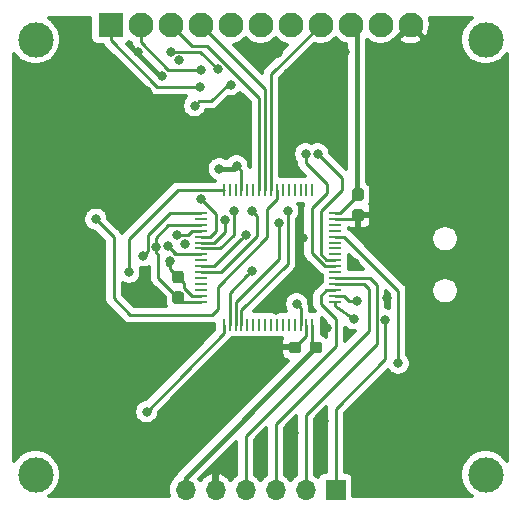
<source format=gbr>
G04 #@! TF.GenerationSoftware,KiCad,Pcbnew,5.0.1+dfsg1-2*
G04 #@! TF.CreationDate,2019-04-19T13:27:36+02:00*
G04 #@! TF.ProjectId,oled-controller,6F6C65642D636F6E74726F6C6C65722E,rev?*
G04 #@! TF.SameCoordinates,Original*
G04 #@! TF.FileFunction,Copper,L1,Top,Signal*
G04 #@! TF.FilePolarity,Positive*
%FSLAX46Y46*%
G04 Gerber Fmt 4.6, Leading zero omitted, Abs format (unit mm)*
G04 Created by KiCad (PCBNEW 5.0.1+dfsg1-2) date Fr 19 Apr 2019 13:27:36 CEST*
%MOMM*%
%LPD*%
G01*
G04 APERTURE LIST*
G04 #@! TA.AperFunction,ComponentPad*
%ADD10C,3.000000*%
G04 #@! TD*
G04 #@! TA.AperFunction,ComponentPad*
%ADD11R,2.100000X2.100000*%
G04 #@! TD*
G04 #@! TA.AperFunction,ComponentPad*
%ADD12C,2.100000*%
G04 #@! TD*
G04 #@! TA.AperFunction,Conductor*
%ADD13C,0.100000*%
G04 #@! TD*
G04 #@! TA.AperFunction,SMDPad,CuDef*
%ADD14C,0.950000*%
G04 #@! TD*
G04 #@! TA.AperFunction,ComponentPad*
%ADD15R,1.700000X1.700000*%
G04 #@! TD*
G04 #@! TA.AperFunction,ComponentPad*
%ADD16O,1.700000X1.700000*%
G04 #@! TD*
G04 #@! TA.AperFunction,SMDPad,CuDef*
%ADD17R,0.250000X1.000000*%
G04 #@! TD*
G04 #@! TA.AperFunction,SMDPad,CuDef*
%ADD18R,1.000000X0.250000*%
G04 #@! TD*
G04 #@! TA.AperFunction,ViaPad*
%ADD19C,0.800000*%
G04 #@! TD*
G04 #@! TA.AperFunction,Conductor*
%ADD20C,0.250000*%
G04 #@! TD*
G04 #@! TA.AperFunction,Conductor*
%ADD21C,0.450000*%
G04 #@! TD*
G04 #@! TA.AperFunction,Conductor*
%ADD22C,0.300000*%
G04 #@! TD*
G04 APERTURE END LIST*
D10*
G04 #@! TO.P,J3,M2*
G04 #@! TO.N,N/C*
X186690000Y-63500000D03*
G04 #@! TO.P,J3,M1*
X148590000Y-63500000D03*
G04 #@! TO.P,J3,M3*
X186690000Y-100330000D03*
G04 #@! TO.P,J3,M4*
X148590000Y-100330000D03*
D11*
G04 #@! TO.P,J3,1*
G04 #@! TO.N,/MASTER_SPI_MOSI*
X154940000Y-62230000D03*
D12*
G04 #@! TO.P,J3,2*
G04 #@! TO.N,/MASTER_SPI_SCLK*
X157480000Y-62230000D03*
G04 #@! TO.P,J3,6*
G04 #@! TO.N,/nCS_SD*
X167640000Y-62230000D03*
G04 #@! TO.P,J3,7*
G04 #@! TO.N,/MASTER_SPI_MISO*
X170180000Y-62230000D03*
G04 #@! TO.P,J3,8*
G04 #@! TO.N,/SD_CD*
X172720000Y-62230000D03*
G04 #@! TO.P,J3,9*
G04 #@! TO.N,+3V3*
X175260000Y-62230000D03*
G04 #@! TO.P,J3,10*
G04 #@! TO.N,VBUS*
X177800000Y-62230000D03*
G04 #@! TO.P,J3,3*
G04 #@! TO.N,/OLED_DC*
X160020000Y-62230000D03*
G04 #@! TO.P,J3,4*
G04 #@! TO.N,/OLED_RESET*
X162560000Y-62230000D03*
G04 #@! TO.P,J3,5*
G04 #@! TO.N,/nCS_OLED*
X165100000Y-62230000D03*
G04 #@! TO.P,J3,11*
G04 #@! TO.N,GND*
X180340000Y-62230000D03*
G04 #@! TD*
D13*
G04 #@! TO.N,+3V3*
G04 #@! TO.C,C1*
G36*
X160915779Y-84806144D02*
X160938834Y-84809563D01*
X160961443Y-84815227D01*
X160983387Y-84823079D01*
X161004457Y-84833044D01*
X161024448Y-84845026D01*
X161043168Y-84858910D01*
X161060438Y-84874562D01*
X161076090Y-84891832D01*
X161089974Y-84910552D01*
X161101956Y-84930543D01*
X161111921Y-84951613D01*
X161119773Y-84973557D01*
X161125437Y-84996166D01*
X161128856Y-85019221D01*
X161130000Y-85042500D01*
X161130000Y-85617500D01*
X161128856Y-85640779D01*
X161125437Y-85663834D01*
X161119773Y-85686443D01*
X161111921Y-85708387D01*
X161101956Y-85729457D01*
X161089974Y-85749448D01*
X161076090Y-85768168D01*
X161060438Y-85785438D01*
X161043168Y-85801090D01*
X161024448Y-85814974D01*
X161004457Y-85826956D01*
X160983387Y-85836921D01*
X160961443Y-85844773D01*
X160938834Y-85850437D01*
X160915779Y-85853856D01*
X160892500Y-85855000D01*
X160417500Y-85855000D01*
X160394221Y-85853856D01*
X160371166Y-85850437D01*
X160348557Y-85844773D01*
X160326613Y-85836921D01*
X160305543Y-85826956D01*
X160285552Y-85814974D01*
X160266832Y-85801090D01*
X160249562Y-85785438D01*
X160233910Y-85768168D01*
X160220026Y-85749448D01*
X160208044Y-85729457D01*
X160198079Y-85708387D01*
X160190227Y-85686443D01*
X160184563Y-85663834D01*
X160181144Y-85640779D01*
X160180000Y-85617500D01*
X160180000Y-85042500D01*
X160181144Y-85019221D01*
X160184563Y-84996166D01*
X160190227Y-84973557D01*
X160198079Y-84951613D01*
X160208044Y-84930543D01*
X160220026Y-84910552D01*
X160233910Y-84891832D01*
X160249562Y-84874562D01*
X160266832Y-84858910D01*
X160285552Y-84845026D01*
X160305543Y-84833044D01*
X160326613Y-84823079D01*
X160348557Y-84815227D01*
X160371166Y-84809563D01*
X160394221Y-84806144D01*
X160417500Y-84805000D01*
X160892500Y-84805000D01*
X160915779Y-84806144D01*
X160915779Y-84806144D01*
G37*
D14*
G04 #@! TD*
G04 #@! TO.P,C1,1*
G04 #@! TO.N,+3V3*
X160655000Y-85330000D03*
D13*
G04 #@! TO.N,GND*
G04 #@! TO.C,C1*
G36*
X160915779Y-83056144D02*
X160938834Y-83059563D01*
X160961443Y-83065227D01*
X160983387Y-83073079D01*
X161004457Y-83083044D01*
X161024448Y-83095026D01*
X161043168Y-83108910D01*
X161060438Y-83124562D01*
X161076090Y-83141832D01*
X161089974Y-83160552D01*
X161101956Y-83180543D01*
X161111921Y-83201613D01*
X161119773Y-83223557D01*
X161125437Y-83246166D01*
X161128856Y-83269221D01*
X161130000Y-83292500D01*
X161130000Y-83867500D01*
X161128856Y-83890779D01*
X161125437Y-83913834D01*
X161119773Y-83936443D01*
X161111921Y-83958387D01*
X161101956Y-83979457D01*
X161089974Y-83999448D01*
X161076090Y-84018168D01*
X161060438Y-84035438D01*
X161043168Y-84051090D01*
X161024448Y-84064974D01*
X161004457Y-84076956D01*
X160983387Y-84086921D01*
X160961443Y-84094773D01*
X160938834Y-84100437D01*
X160915779Y-84103856D01*
X160892500Y-84105000D01*
X160417500Y-84105000D01*
X160394221Y-84103856D01*
X160371166Y-84100437D01*
X160348557Y-84094773D01*
X160326613Y-84086921D01*
X160305543Y-84076956D01*
X160285552Y-84064974D01*
X160266832Y-84051090D01*
X160249562Y-84035438D01*
X160233910Y-84018168D01*
X160220026Y-83999448D01*
X160208044Y-83979457D01*
X160198079Y-83958387D01*
X160190227Y-83936443D01*
X160184563Y-83913834D01*
X160181144Y-83890779D01*
X160180000Y-83867500D01*
X160180000Y-83292500D01*
X160181144Y-83269221D01*
X160184563Y-83246166D01*
X160190227Y-83223557D01*
X160198079Y-83201613D01*
X160208044Y-83180543D01*
X160220026Y-83160552D01*
X160233910Y-83141832D01*
X160249562Y-83124562D01*
X160266832Y-83108910D01*
X160285552Y-83095026D01*
X160305543Y-83083044D01*
X160326613Y-83073079D01*
X160348557Y-83065227D01*
X160371166Y-83059563D01*
X160394221Y-83056144D01*
X160417500Y-83055000D01*
X160892500Y-83055000D01*
X160915779Y-83056144D01*
X160915779Y-83056144D01*
G37*
D14*
G04 #@! TD*
G04 #@! TO.P,C1,2*
G04 #@! TO.N,GND*
X160655000Y-83580000D03*
D13*
G04 #@! TO.N,+3V3*
G04 #@! TO.C,C3*
G36*
X176155779Y-76071144D02*
X176178834Y-76074563D01*
X176201443Y-76080227D01*
X176223387Y-76088079D01*
X176244457Y-76098044D01*
X176264448Y-76110026D01*
X176283168Y-76123910D01*
X176300438Y-76139562D01*
X176316090Y-76156832D01*
X176329974Y-76175552D01*
X176341956Y-76195543D01*
X176351921Y-76216613D01*
X176359773Y-76238557D01*
X176365437Y-76261166D01*
X176368856Y-76284221D01*
X176370000Y-76307500D01*
X176370000Y-76882500D01*
X176368856Y-76905779D01*
X176365437Y-76928834D01*
X176359773Y-76951443D01*
X176351921Y-76973387D01*
X176341956Y-76994457D01*
X176329974Y-77014448D01*
X176316090Y-77033168D01*
X176300438Y-77050438D01*
X176283168Y-77066090D01*
X176264448Y-77079974D01*
X176244457Y-77091956D01*
X176223387Y-77101921D01*
X176201443Y-77109773D01*
X176178834Y-77115437D01*
X176155779Y-77118856D01*
X176132500Y-77120000D01*
X175657500Y-77120000D01*
X175634221Y-77118856D01*
X175611166Y-77115437D01*
X175588557Y-77109773D01*
X175566613Y-77101921D01*
X175545543Y-77091956D01*
X175525552Y-77079974D01*
X175506832Y-77066090D01*
X175489562Y-77050438D01*
X175473910Y-77033168D01*
X175460026Y-77014448D01*
X175448044Y-76994457D01*
X175438079Y-76973387D01*
X175430227Y-76951443D01*
X175424563Y-76928834D01*
X175421144Y-76905779D01*
X175420000Y-76882500D01*
X175420000Y-76307500D01*
X175421144Y-76284221D01*
X175424563Y-76261166D01*
X175430227Y-76238557D01*
X175438079Y-76216613D01*
X175448044Y-76195543D01*
X175460026Y-76175552D01*
X175473910Y-76156832D01*
X175489562Y-76139562D01*
X175506832Y-76123910D01*
X175525552Y-76110026D01*
X175545543Y-76098044D01*
X175566613Y-76088079D01*
X175588557Y-76080227D01*
X175611166Y-76074563D01*
X175634221Y-76071144D01*
X175657500Y-76070000D01*
X176132500Y-76070000D01*
X176155779Y-76071144D01*
X176155779Y-76071144D01*
G37*
D14*
G04 #@! TD*
G04 #@! TO.P,C3,1*
G04 #@! TO.N,+3V3*
X175895000Y-76595000D03*
D13*
G04 #@! TO.N,GND*
G04 #@! TO.C,C3*
G36*
X176155779Y-77821144D02*
X176178834Y-77824563D01*
X176201443Y-77830227D01*
X176223387Y-77838079D01*
X176244457Y-77848044D01*
X176264448Y-77860026D01*
X176283168Y-77873910D01*
X176300438Y-77889562D01*
X176316090Y-77906832D01*
X176329974Y-77925552D01*
X176341956Y-77945543D01*
X176351921Y-77966613D01*
X176359773Y-77988557D01*
X176365437Y-78011166D01*
X176368856Y-78034221D01*
X176370000Y-78057500D01*
X176370000Y-78632500D01*
X176368856Y-78655779D01*
X176365437Y-78678834D01*
X176359773Y-78701443D01*
X176351921Y-78723387D01*
X176341956Y-78744457D01*
X176329974Y-78764448D01*
X176316090Y-78783168D01*
X176300438Y-78800438D01*
X176283168Y-78816090D01*
X176264448Y-78829974D01*
X176244457Y-78841956D01*
X176223387Y-78851921D01*
X176201443Y-78859773D01*
X176178834Y-78865437D01*
X176155779Y-78868856D01*
X176132500Y-78870000D01*
X175657500Y-78870000D01*
X175634221Y-78868856D01*
X175611166Y-78865437D01*
X175588557Y-78859773D01*
X175566613Y-78851921D01*
X175545543Y-78841956D01*
X175525552Y-78829974D01*
X175506832Y-78816090D01*
X175489562Y-78800438D01*
X175473910Y-78783168D01*
X175460026Y-78764448D01*
X175448044Y-78744457D01*
X175438079Y-78723387D01*
X175430227Y-78701443D01*
X175424563Y-78678834D01*
X175421144Y-78655779D01*
X175420000Y-78632500D01*
X175420000Y-78057500D01*
X175421144Y-78034221D01*
X175424563Y-78011166D01*
X175430227Y-77988557D01*
X175438079Y-77966613D01*
X175448044Y-77945543D01*
X175460026Y-77925552D01*
X175473910Y-77906832D01*
X175489562Y-77889562D01*
X175506832Y-77873910D01*
X175525552Y-77860026D01*
X175545543Y-77848044D01*
X175566613Y-77838079D01*
X175588557Y-77830227D01*
X175611166Y-77824563D01*
X175634221Y-77821144D01*
X175657500Y-77820000D01*
X176132500Y-77820000D01*
X176155779Y-77821144D01*
X176155779Y-77821144D01*
G37*
D14*
G04 #@! TD*
G04 #@! TO.P,C3,2*
G04 #@! TO.N,GND*
X175895000Y-78345000D03*
D13*
G04 #@! TO.N,GND*
G04 #@! TO.C,C2*
G36*
X170885779Y-89061144D02*
X170908834Y-89064563D01*
X170931443Y-89070227D01*
X170953387Y-89078079D01*
X170974457Y-89088044D01*
X170994448Y-89100026D01*
X171013168Y-89113910D01*
X171030438Y-89129562D01*
X171046090Y-89146832D01*
X171059974Y-89165552D01*
X171071956Y-89185543D01*
X171081921Y-89206613D01*
X171089773Y-89228557D01*
X171095437Y-89251166D01*
X171098856Y-89274221D01*
X171100000Y-89297500D01*
X171100000Y-89772500D01*
X171098856Y-89795779D01*
X171095437Y-89818834D01*
X171089773Y-89841443D01*
X171081921Y-89863387D01*
X171071956Y-89884457D01*
X171059974Y-89904448D01*
X171046090Y-89923168D01*
X171030438Y-89940438D01*
X171013168Y-89956090D01*
X170994448Y-89969974D01*
X170974457Y-89981956D01*
X170953387Y-89991921D01*
X170931443Y-89999773D01*
X170908834Y-90005437D01*
X170885779Y-90008856D01*
X170862500Y-90010000D01*
X170287500Y-90010000D01*
X170264221Y-90008856D01*
X170241166Y-90005437D01*
X170218557Y-89999773D01*
X170196613Y-89991921D01*
X170175543Y-89981956D01*
X170155552Y-89969974D01*
X170136832Y-89956090D01*
X170119562Y-89940438D01*
X170103910Y-89923168D01*
X170090026Y-89904448D01*
X170078044Y-89884457D01*
X170068079Y-89863387D01*
X170060227Y-89841443D01*
X170054563Y-89818834D01*
X170051144Y-89795779D01*
X170050000Y-89772500D01*
X170050000Y-89297500D01*
X170051144Y-89274221D01*
X170054563Y-89251166D01*
X170060227Y-89228557D01*
X170068079Y-89206613D01*
X170078044Y-89185543D01*
X170090026Y-89165552D01*
X170103910Y-89146832D01*
X170119562Y-89129562D01*
X170136832Y-89113910D01*
X170155552Y-89100026D01*
X170175543Y-89088044D01*
X170196613Y-89078079D01*
X170218557Y-89070227D01*
X170241166Y-89064563D01*
X170264221Y-89061144D01*
X170287500Y-89060000D01*
X170862500Y-89060000D01*
X170885779Y-89061144D01*
X170885779Y-89061144D01*
G37*
D14*
G04 #@! TD*
G04 #@! TO.P,C2,2*
G04 #@! TO.N,GND*
X170575000Y-89535000D03*
D13*
G04 #@! TO.N,+3V3*
G04 #@! TO.C,C2*
G36*
X172635779Y-89061144D02*
X172658834Y-89064563D01*
X172681443Y-89070227D01*
X172703387Y-89078079D01*
X172724457Y-89088044D01*
X172744448Y-89100026D01*
X172763168Y-89113910D01*
X172780438Y-89129562D01*
X172796090Y-89146832D01*
X172809974Y-89165552D01*
X172821956Y-89185543D01*
X172831921Y-89206613D01*
X172839773Y-89228557D01*
X172845437Y-89251166D01*
X172848856Y-89274221D01*
X172850000Y-89297500D01*
X172850000Y-89772500D01*
X172848856Y-89795779D01*
X172845437Y-89818834D01*
X172839773Y-89841443D01*
X172831921Y-89863387D01*
X172821956Y-89884457D01*
X172809974Y-89904448D01*
X172796090Y-89923168D01*
X172780438Y-89940438D01*
X172763168Y-89956090D01*
X172744448Y-89969974D01*
X172724457Y-89981956D01*
X172703387Y-89991921D01*
X172681443Y-89999773D01*
X172658834Y-90005437D01*
X172635779Y-90008856D01*
X172612500Y-90010000D01*
X172037500Y-90010000D01*
X172014221Y-90008856D01*
X171991166Y-90005437D01*
X171968557Y-89999773D01*
X171946613Y-89991921D01*
X171925543Y-89981956D01*
X171905552Y-89969974D01*
X171886832Y-89956090D01*
X171869562Y-89940438D01*
X171853910Y-89923168D01*
X171840026Y-89904448D01*
X171828044Y-89884457D01*
X171818079Y-89863387D01*
X171810227Y-89841443D01*
X171804563Y-89818834D01*
X171801144Y-89795779D01*
X171800000Y-89772500D01*
X171800000Y-89297500D01*
X171801144Y-89274221D01*
X171804563Y-89251166D01*
X171810227Y-89228557D01*
X171818079Y-89206613D01*
X171828044Y-89185543D01*
X171840026Y-89165552D01*
X171853910Y-89146832D01*
X171869562Y-89129562D01*
X171886832Y-89113910D01*
X171905552Y-89100026D01*
X171925543Y-89088044D01*
X171946613Y-89078079D01*
X171968557Y-89070227D01*
X171991166Y-89064563D01*
X172014221Y-89061144D01*
X172037500Y-89060000D01*
X172612500Y-89060000D01*
X172635779Y-89061144D01*
X172635779Y-89061144D01*
G37*
D14*
G04 #@! TD*
G04 #@! TO.P,C2,1*
G04 #@! TO.N,+3V3*
X172325000Y-89535000D03*
D15*
G04 #@! TO.P,J2,1*
G04 #@! TO.N,/PMOD_nCE*
X173990000Y-101600000D03*
D16*
G04 #@! TO.P,J2,2*
G04 #@! TO.N,/PMOD_nPL*
X171450000Y-101600000D03*
G04 #@! TO.P,J2,3*
G04 #@! TO.N,/PMOD_DOUT*
X168910000Y-101600000D03*
G04 #@! TO.P,J2,4*
G04 #@! TO.N,/PMOD_CLK*
X166370000Y-101600000D03*
G04 #@! TO.P,J2,5*
G04 #@! TO.N,GND*
X163830000Y-101600000D03*
G04 #@! TO.P,J2,6*
G04 #@! TO.N,+3V3*
X161290000Y-101600000D03*
G04 #@! TD*
D17*
G04 #@! TO.P,U1,1*
G04 #@! TO.N,+3V3*
X172025000Y-76215000D03*
G04 #@! TO.P,U1,2*
G04 #@! TO.N,Net-(U1-Pad2)*
X171525000Y-76215000D03*
G04 #@! TO.P,U1,3*
G04 #@! TO.N,Net-(U1-Pad3)*
X171025000Y-76215000D03*
G04 #@! TO.P,U1,4*
G04 #@! TO.N,Net-(U1-Pad4)*
X170525000Y-76215000D03*
G04 #@! TO.P,U1,5*
G04 #@! TO.N,Net-(U1-Pad5)*
X170025000Y-76215000D03*
G04 #@! TO.P,U1,6*
G04 #@! TO.N,Net-(U1-Pad6)*
X169525000Y-76215000D03*
G04 #@! TO.P,U1,7*
G04 #@! TO.N,/Microcontroller/nRST*
X169025000Y-76215000D03*
G04 #@! TO.P,U1,8*
G04 #@! TO.N,/SD_CD*
X168525000Y-76215000D03*
G04 #@! TO.P,U1,9*
G04 #@! TO.N,/OLED_RESET*
X168025000Y-76215000D03*
G04 #@! TO.P,U1,10*
G04 #@! TO.N,/OLED_DC*
X167525000Y-76215000D03*
G04 #@! TO.P,U1,11*
G04 #@! TO.N,Net-(U1-Pad11)*
X167025000Y-76215000D03*
G04 #@! TO.P,U1,12*
G04 #@! TO.N,GND*
X166525000Y-76215000D03*
G04 #@! TO.P,U1,13*
G04 #@! TO.N,+3V3*
X166025000Y-76215000D03*
G04 #@! TO.P,U1,14*
G04 #@! TO.N,Net-(U1-Pad14)*
X165525000Y-76215000D03*
G04 #@! TO.P,U1,15*
G04 #@! TO.N,Net-(U1-Pad15)*
X165025000Y-76215000D03*
G04 #@! TO.P,U1,16*
G04 #@! TO.N,/Microcontroller/USART2_TX*
X164525000Y-76215000D03*
D18*
G04 #@! TO.P,U1,17*
G04 #@! TO.N,/Microcontroller/USART2_RX*
X162575000Y-78165000D03*
G04 #@! TO.P,U1,18*
G04 #@! TO.N,GND*
X162575000Y-78665000D03*
G04 #@! TO.P,U1,19*
G04 #@! TO.N,+3V3*
X162575000Y-79165000D03*
G04 #@! TO.P,U1,20*
G04 #@! TO.N,/nCS_OLED*
X162575000Y-79665000D03*
G04 #@! TO.P,U1,21*
G04 #@! TO.N,/MASTER_SPI_SCLK*
X162575000Y-80165000D03*
G04 #@! TO.P,U1,22*
G04 #@! TO.N,/MASTER_SPI_MISO*
X162575000Y-80665000D03*
G04 #@! TO.P,U1,23*
G04 #@! TO.N,/MASTER_SPI_MOSI*
X162575000Y-81165000D03*
G04 #@! TO.P,U1,24*
G04 #@! TO.N,/nCS_SD*
X162575000Y-81665000D03*
G04 #@! TO.P,U1,25*
G04 #@! TO.N,Net-(U1-Pad25)*
X162575000Y-82165000D03*
G04 #@! TO.P,U1,26*
G04 #@! TO.N,/MASTER_SPI_nCS1*
X162575000Y-82665000D03*
G04 #@! TO.P,U1,27*
G04 #@! TO.N,/MASTER_SPI_nCS2*
X162575000Y-83165000D03*
G04 #@! TO.P,U1,28*
G04 #@! TO.N,Net-(U1-Pad28)*
X162575000Y-83665000D03*
G04 #@! TO.P,U1,29*
G04 #@! TO.N,Net-(U1-Pad29)*
X162575000Y-84165000D03*
G04 #@! TO.P,U1,30*
G04 #@! TO.N,Net-(U1-Pad30)*
X162575000Y-84665000D03*
G04 #@! TO.P,U1,31*
G04 #@! TO.N,GND*
X162575000Y-85165000D03*
G04 #@! TO.P,U1,32*
G04 #@! TO.N,+3V3*
X162575000Y-85665000D03*
D17*
G04 #@! TO.P,U1,33*
G04 #@! TO.N,/Blinky*
X164525000Y-87615000D03*
G04 #@! TO.P,U1,34*
G04 #@! TO.N,/SLAVE_SPI_SCLK*
X165025000Y-87615000D03*
G04 #@! TO.P,U1,35*
G04 #@! TO.N,/SLAVE_SPI_MISO*
X165525000Y-87615000D03*
G04 #@! TO.P,U1,36*
G04 #@! TO.N,/SLAVE_SPI_MOSI*
X166025000Y-87615000D03*
G04 #@! TO.P,U1,37*
G04 #@! TO.N,Net-(U1-Pad37)*
X166525000Y-87615000D03*
G04 #@! TO.P,U1,38*
G04 #@! TO.N,Net-(U1-Pad38)*
X167025000Y-87615000D03*
G04 #@! TO.P,U1,39*
G04 #@! TO.N,Net-(U1-Pad39)*
X167525000Y-87615000D03*
G04 #@! TO.P,U1,40*
G04 #@! TO.N,Net-(U1-Pad40)*
X168025000Y-87615000D03*
G04 #@! TO.P,U1,41*
G04 #@! TO.N,Net-(U1-Pad41)*
X168525000Y-87615000D03*
G04 #@! TO.P,U1,42*
G04 #@! TO.N,Net-(U1-Pad42)*
X169025000Y-87615000D03*
G04 #@! TO.P,U1,43*
G04 #@! TO.N,Net-(U1-Pad43)*
X169525000Y-87615000D03*
G04 #@! TO.P,U1,44*
G04 #@! TO.N,Net-(U1-Pad44)*
X170025000Y-87615000D03*
G04 #@! TO.P,U1,45*
G04 #@! TO.N,Net-(U1-Pad45)*
X170525000Y-87615000D03*
G04 #@! TO.P,U1,46*
G04 #@! TO.N,/Microcontroller/SWDIO*
X171025000Y-87615000D03*
G04 #@! TO.P,U1,47*
G04 #@! TO.N,GND*
X171525000Y-87615000D03*
G04 #@! TO.P,U1,48*
G04 #@! TO.N,+3V3*
X172025000Y-87615000D03*
D18*
G04 #@! TO.P,U1,49*
G04 #@! TO.N,/Microcontroller/SWDCLK*
X173975000Y-85665000D03*
G04 #@! TO.P,U1,50*
G04 #@! TO.N,/PMOD_nCE*
X173975000Y-85165000D03*
G04 #@! TO.P,U1,51*
G04 #@! TO.N,/PMOD_CLK*
X173975000Y-84665000D03*
G04 #@! TO.P,U1,52*
G04 #@! TO.N,/PMOD_DOUT*
X173975000Y-84165000D03*
G04 #@! TO.P,U1,53*
G04 #@! TO.N,/PMOD_nPL*
X173975000Y-83665000D03*
G04 #@! TO.P,U1,54*
G04 #@! TO.N,Net-(U1-Pad54)*
X173975000Y-83165000D03*
G04 #@! TO.P,U1,55*
G04 #@! TO.N,/SLAVE_SPI_nCS2*
X173975000Y-82665000D03*
G04 #@! TO.P,U1,56*
G04 #@! TO.N,/SLAVE_SPI_nCS1*
X173975000Y-82165000D03*
G04 #@! TO.P,U1,57*
G04 #@! TO.N,Net-(U1-Pad57)*
X173975000Y-81665000D03*
G04 #@! TO.P,U1,58*
G04 #@! TO.N,Net-(U1-Pad58)*
X173975000Y-81165000D03*
G04 #@! TO.P,U1,59*
G04 #@! TO.N,Net-(U1-Pad59)*
X173975000Y-80665000D03*
G04 #@! TO.P,U1,60*
G04 #@! TO.N,/Microcontroller/BOOT0*
X173975000Y-80165000D03*
G04 #@! TO.P,U1,61*
G04 #@! TO.N,Net-(U1-Pad61)*
X173975000Y-79665000D03*
G04 #@! TO.P,U1,62*
G04 #@! TO.N,Net-(U1-Pad62)*
X173975000Y-79165000D03*
G04 #@! TO.P,U1,63*
G04 #@! TO.N,GND*
X173975000Y-78665000D03*
G04 #@! TO.P,U1,64*
G04 #@! TO.N,+3V3*
X173975000Y-78165000D03*
G04 #@! TD*
D19*
G04 #@! TO.N,/Microcontroller/BOOT0*
X179300000Y-90900000D03*
G04 #@! TO.N,GND*
X160750000Y-65250000D03*
X159258000Y-66548000D03*
X153543000Y-76835000D03*
X160000000Y-82250000D03*
X169100000Y-64650000D03*
X166878000Y-64262000D03*
X149860000Y-95250000D03*
X184404000Y-91313000D03*
X182880000Y-67310000D03*
X153670000Y-67310000D03*
X172720000Y-66040000D03*
X171450000Y-82550000D03*
X165100000Y-90170000D03*
X148590000Y-88265000D03*
X161250000Y-80772000D03*
X157750000Y-83500000D03*
X160782000Y-71374000D03*
X149860000Y-68834000D03*
X148590000Y-74422000D03*
X147320000Y-79502000D03*
X147574000Y-92710000D03*
X164338000Y-93218000D03*
X155956000Y-90932000D03*
X159766000Y-87884000D03*
X177292000Y-93218000D03*
X172974000Y-95758000D03*
X170434000Y-96774000D03*
X167640000Y-97282000D03*
X171196000Y-80264000D03*
X177292000Y-66040000D03*
X177292000Y-71374000D03*
X177546000Y-79502000D03*
X174498000Y-70612000D03*
X169926000Y-66294000D03*
X174752000Y-64516000D03*
X157226000Y-64516000D03*
X157988000Y-67818000D03*
X158496000Y-76454000D03*
X155702000Y-79248000D03*
X155702000Y-73152000D03*
X173228000Y-87884000D03*
X175006000Y-88392000D03*
X168910000Y-86360000D03*
X150114000Y-78867000D03*
X175641000Y-82423000D03*
X178308000Y-85344000D03*
X164846000Y-98806000D03*
X182880000Y-74930000D03*
X180340000Y-100330000D03*
X154940000Y-100330000D03*
G04 #@! TO.N,+3V3*
X164150000Y-74422000D03*
X165608000Y-74168000D03*
X158750000Y-81050000D03*
G04 #@! TO.N,/Microcontroller/nRST*
X153700000Y-78700000D03*
G04 #@! TO.N,/SLAVE_SPI_nCS1*
X172466000Y-73152000D03*
G04 #@! TO.N,/SLAVE_SPI_nCS2*
X171450000Y-73152000D03*
G04 #@! TO.N,/Microcontroller/USART2_TX*
X156500000Y-83200000D03*
G04 #@! TO.N,/Microcontroller/USART2_RX*
X157700000Y-81800000D03*
G04 #@! TO.N,/MASTER_SPI_SCLK*
X162560000Y-76962000D03*
X162560000Y-66040000D03*
G04 #@! TO.N,/MASTER_SPI_MISO*
X164592000Y-78740000D03*
X165100000Y-67310000D03*
X162052000Y-69088000D03*
G04 #@! TO.N,/MASTER_SPI_MOSI*
X165354000Y-77978000D03*
X165354000Y-77978000D03*
X162504320Y-67498854D03*
G04 #@! TO.N,/MASTER_SPI_nCS1*
X166369982Y-80010000D03*
G04 #@! TO.N,/MASTER_SPI_nCS2*
X166900000Y-78000000D03*
G04 #@! TO.N,/nCS_OLED*
X160600000Y-80000000D03*
X160600000Y-80000000D03*
X160600000Y-80000000D03*
G04 #@! TO.N,/nCS_SD*
X164000000Y-66000000D03*
X164000000Y-66000000D03*
X159800000Y-81000000D03*
X160020000Y-64516000D03*
G04 #@! TO.N,/SLAVE_SPI_SCLK*
X166877996Y-83058004D03*
G04 #@! TO.N,/SLAVE_SPI_MISO*
X169164000Y-78994000D03*
G04 #@! TO.N,/SLAVE_SPI_MOSI*
X169926000Y-77978000D03*
G04 #@! TO.N,/Microcontroller/SWDIO*
X170688000Y-85852000D03*
G04 #@! TO.N,/Microcontroller/SWDCLK*
X175514000Y-87122000D03*
G04 #@! TO.N,/PMOD_nCE*
X175800000Y-85600000D03*
X178199988Y-87200000D03*
G04 #@! TO.N,/Blinky*
X157988000Y-94996000D03*
G04 #@! TD*
D20*
G04 #@! TO.N,/Microcontroller/BOOT0*
X174725000Y-80165000D02*
X179300000Y-84740000D01*
X173975000Y-80165000D02*
X174725000Y-80165000D01*
X179300000Y-84740000D02*
X179300000Y-90900000D01*
G04 #@! TO.N,GND*
X175575000Y-78665000D02*
X173975000Y-78665000D01*
X175895000Y-78345000D02*
X175575000Y-78665000D01*
X161154072Y-84079072D02*
X160655000Y-83580000D01*
X161154072Y-84494072D02*
X161154072Y-84079072D01*
X161825000Y-85165000D02*
X161154072Y-84494072D01*
X162575000Y-85165000D02*
X161825000Y-85165000D01*
X171525000Y-88585000D02*
X170575000Y-89535000D01*
X171525000Y-87615000D02*
X171525000Y-88585000D01*
X160000000Y-82925000D02*
X160655000Y-83580000D01*
X160000000Y-82250000D02*
X160000000Y-82925000D01*
G04 #@! TO.N,+3V3*
X175895000Y-76620000D02*
X175895000Y-76595000D01*
X174350000Y-78165000D02*
X175895000Y-76620000D01*
X173975000Y-78165000D02*
X174350000Y-78165000D01*
X160990000Y-85665000D02*
X160655000Y-85330000D01*
X162575000Y-85665000D02*
X160990000Y-85665000D01*
X172025000Y-89235000D02*
X172325000Y-89535000D01*
X172025000Y-87615000D02*
X172025000Y-89235000D01*
D21*
X171825928Y-90034072D02*
X172325000Y-89535000D01*
X161290000Y-101600000D02*
X161290000Y-100570000D01*
X161290000Y-100570000D02*
X171825928Y-90034072D01*
X175768000Y-62738000D02*
X175260000Y-62230000D01*
X175895000Y-76595000D02*
X175768000Y-76468000D01*
X175768000Y-76468000D02*
X175768000Y-62738000D01*
D20*
X166025000Y-74585000D02*
X165608000Y-74168000D01*
X166025000Y-76215000D02*
X166025000Y-74585000D01*
D21*
X165354000Y-74422000D02*
X165608000Y-74168000D01*
X164084000Y-74422000D02*
X165354000Y-74422000D01*
D20*
X159000000Y-83675000D02*
X160655000Y-85330000D01*
X158750000Y-80250000D02*
X158750000Y-81050000D01*
X162575000Y-79165000D02*
X159835000Y-79165000D01*
X159000000Y-81750000D02*
X159000000Y-83675000D01*
X158750000Y-81500000D02*
X159000000Y-81750000D01*
X159835000Y-79165000D02*
X158750000Y-80250000D01*
X158750000Y-81050000D02*
X158750000Y-81500000D01*
G04 #@! TO.N,/Microcontroller/nRST*
X155200000Y-80200000D02*
X153700000Y-78700000D01*
X156600000Y-86800000D02*
X155200000Y-85400000D01*
X163500000Y-86800000D02*
X156600000Y-86800000D01*
X169025000Y-76215000D02*
X169025000Y-76965000D01*
X169025000Y-76965000D02*
X168200000Y-77790000D01*
X164000000Y-86300000D02*
X163500000Y-86800000D01*
X168200000Y-77790000D02*
X168200000Y-80200000D01*
X155200000Y-85400000D02*
X155200000Y-80200000D01*
X164000000Y-84400000D02*
X164000000Y-86300000D01*
X168200000Y-80200000D02*
X164000000Y-84400000D01*
G04 #@! TO.N,/SD_CD*
X168525000Y-66425000D02*
X172720000Y-62230000D01*
X168525000Y-76215000D02*
X168525000Y-66425000D01*
G04 #@! TO.N,/OLED_RESET*
X168025000Y-67695000D02*
X162560000Y-62230000D01*
X168025000Y-76215000D02*
X168025000Y-67695000D01*
G04 #@! TO.N,/OLED_DC*
X167525000Y-68465000D02*
X167525000Y-76215000D01*
X167525000Y-68451998D02*
X167525000Y-68465000D01*
X163081002Y-64008000D02*
X167525000Y-68451998D01*
X161798000Y-64008000D02*
X163081002Y-64008000D01*
X160020000Y-62230000D02*
X161798000Y-64008000D01*
G04 #@! TO.N,/SLAVE_SPI_nCS1*
X173225000Y-82165000D02*
X172720000Y-81660000D01*
X173975000Y-82165000D02*
X173225000Y-82165000D01*
X172720000Y-81660000D02*
X172720000Y-77978000D01*
X172720000Y-77978000D02*
X174244000Y-76454000D01*
X174244000Y-76454000D02*
X174498000Y-76200000D01*
X174498000Y-76200000D02*
X174498000Y-75184000D01*
X174498000Y-75184000D02*
X172466000Y-73152000D01*
X172466000Y-73152000D02*
X172466000Y-73152000D01*
G04 #@! TO.N,/SLAVE_SPI_nCS2*
X171450000Y-73152000D02*
X171450000Y-73152000D01*
X171450000Y-73950000D02*
X171450000Y-73152000D01*
X171958000Y-77724000D02*
X173228000Y-76454000D01*
X173975000Y-82665000D02*
X173088590Y-82665000D01*
X171958000Y-81534410D02*
X171958000Y-77724000D01*
X173088590Y-82665000D02*
X171958000Y-81534410D01*
X173228000Y-76454000D02*
X173228000Y-75728000D01*
X173228000Y-75728000D02*
X171450000Y-73950000D01*
G04 #@! TO.N,/Microcontroller/USART2_TX*
X156500000Y-80355000D02*
X156500000Y-83200000D01*
X164525000Y-76215000D02*
X160640000Y-76215000D01*
X160640000Y-76215000D02*
X156500000Y-80355000D01*
G04 #@! TO.N,/Microcontroller/USART2_RX*
X158099999Y-81400001D02*
X157700000Y-81800000D01*
X158099999Y-80025001D02*
X158099999Y-81400001D01*
X162575000Y-78165000D02*
X159960000Y-78165000D01*
X159960000Y-78165000D02*
X158099999Y-80025001D01*
G04 #@! TO.N,/MASTER_SPI_SCLK*
X163325000Y-80165000D02*
X163830000Y-79660000D01*
X162575000Y-80165000D02*
X163325000Y-80165000D01*
X163830000Y-78232000D02*
X162560000Y-76962000D01*
X163830000Y-79660000D02*
X163830000Y-78232000D01*
X157480000Y-63714924D02*
X159805076Y-66040000D01*
X159805076Y-66040000D02*
X161994315Y-66040000D01*
X157480000Y-62230000D02*
X157480000Y-63714924D01*
X161994315Y-66040000D02*
X162560000Y-66040000D01*
G04 #@! TO.N,/MASTER_SPI_MISO*
X164592000Y-79756000D02*
X164592000Y-78740000D01*
X162575000Y-80665000D02*
X163683000Y-80665000D01*
X163683000Y-80665000D02*
X164592000Y-79756000D01*
X164592000Y-78740000D02*
X164592000Y-78740000D01*
X165100000Y-67310000D02*
X164846000Y-67310000D01*
X163467999Y-68688001D02*
X162451999Y-68688001D01*
X164846000Y-67310000D02*
X163467999Y-68688001D01*
X162451999Y-68688001D02*
X162052000Y-69088000D01*
G04 #@! TO.N,/MASTER_SPI_MOSI*
X165354000Y-80010000D02*
X165354000Y-77978000D01*
X162575000Y-81165000D02*
X164199000Y-81165000D01*
X164199000Y-81165000D02*
X165354000Y-80010000D01*
X161938635Y-67498854D02*
X162504320Y-67498854D01*
X154940000Y-62230000D02*
X154940000Y-63530000D01*
X154940000Y-63530000D02*
X158908854Y-67498854D01*
X158908854Y-67498854D02*
X161938635Y-67498854D01*
G04 #@! TO.N,/MASTER_SPI_nCS1*
X163714982Y-82665000D02*
X165969983Y-80409999D01*
X162575000Y-82665000D02*
X163714982Y-82665000D01*
X165969983Y-80409999D02*
X166369982Y-80010000D01*
G04 #@! TO.N,/MASTER_SPI_nCS2*
X162575000Y-83165000D02*
X164288004Y-83165000D01*
X167299999Y-78399999D02*
X166900000Y-78000000D01*
X164288004Y-83165000D02*
X167299999Y-80153005D01*
X167299999Y-80153005D02*
X167299999Y-78399999D01*
G04 #@! TO.N,/nCS_OLED*
X161825000Y-79665000D02*
X161490000Y-80000000D01*
X162575000Y-79665000D02*
X161825000Y-79665000D01*
X161490000Y-80000000D02*
X160600000Y-80000000D01*
X160600000Y-80000000D02*
X160600000Y-80000000D01*
X160600000Y-80000000D02*
X160600000Y-80000000D01*
X160600000Y-80000000D02*
X160600000Y-80000000D01*
G04 #@! TO.N,/nCS_SD*
X159800000Y-81000000D02*
X159800000Y-81000000D01*
X162575000Y-81665000D02*
X160465000Y-81665000D01*
X160465000Y-81665000D02*
X159800000Y-81000000D01*
X159800000Y-81000000D02*
X160400000Y-81600000D01*
X160585685Y-64516000D02*
X160020000Y-64516000D01*
X164000000Y-66000000D02*
X162516000Y-64516000D01*
X162516000Y-64516000D02*
X160585685Y-64516000D01*
G04 #@! TO.N,/SLAVE_SPI_SCLK*
X165025000Y-87615000D02*
X165025000Y-84911000D01*
X166477997Y-83458003D02*
X166877996Y-83058004D01*
X165025000Y-84911000D02*
X166477997Y-83458003D01*
G04 #@! TO.N,/SLAVE_SPI_MISO*
X165525000Y-87615000D02*
X165525000Y-85738002D01*
X169164000Y-82099002D02*
X169164000Y-78994000D01*
X165525000Y-85738002D02*
X169164000Y-82099002D01*
X169164000Y-78994000D02*
X169164000Y-78994000D01*
G04 #@! TO.N,/SLAVE_SPI_MOSI*
X169926000Y-82481415D02*
X169926000Y-77978000D01*
X166025000Y-87615000D02*
X166025000Y-86382415D01*
X166025000Y-86382415D02*
X169926000Y-82481415D01*
X169926000Y-77978000D02*
X169926000Y-77978000D01*
G04 #@! TO.N,/Microcontroller/SWDIO*
X171025000Y-87615000D02*
X171025000Y-86189000D01*
X171025000Y-86189000D02*
X170688000Y-85852000D01*
G04 #@! TO.N,/Microcontroller/SWDCLK*
X173975000Y-86040000D02*
X175514000Y-87122000D01*
X173975000Y-85665000D02*
X173975000Y-86040000D01*
G04 #@! TO.N,/PMOD_nCE*
X174725000Y-85165000D02*
X175160000Y-85600000D01*
X173975000Y-85165000D02*
X174725000Y-85165000D01*
X175160000Y-85600000D02*
X175800000Y-85600000D01*
X175800000Y-85600000D02*
X175800000Y-85600000D01*
X173990000Y-101600000D02*
X173990000Y-94742000D01*
X173990000Y-94742000D02*
X178199988Y-90532012D01*
X178199988Y-87765685D02*
X178199988Y-87200000D01*
X178199988Y-90532012D02*
X178199988Y-87765685D01*
G04 #@! TO.N,/PMOD_CLK*
X173225000Y-84665000D02*
X173975000Y-84665000D01*
X166370000Y-97028000D02*
X173990000Y-89408000D01*
X172720000Y-85852000D02*
X172720000Y-85170000D01*
X173990000Y-89408000D02*
X173990000Y-87122000D01*
X173990000Y-87122000D02*
X172720000Y-85852000D01*
X166370000Y-101600000D02*
X166370000Y-97028000D01*
X172720000Y-85170000D02*
X173225000Y-84665000D01*
G04 #@! TO.N,/PMOD_DOUT*
X174725000Y-84165000D02*
X173975000Y-84165000D01*
X176367000Y-84165000D02*
X174725000Y-84165000D01*
X168910000Y-101600000D02*
X168910000Y-96012000D01*
X176784000Y-84582000D02*
X176367000Y-84165000D01*
X176784000Y-88138000D02*
X176784000Y-84582000D01*
X168910000Y-96012000D02*
X176784000Y-88138000D01*
G04 #@! TO.N,/PMOD_nPL*
X177474986Y-84256986D02*
X176883000Y-83665000D01*
X171450000Y-101600000D02*
X171450000Y-95250000D01*
X176883000Y-83665000D02*
X174725000Y-83665000D01*
X174725000Y-83665000D02*
X173975000Y-83665000D01*
X177474986Y-89225014D02*
X177474986Y-84256986D01*
X171450000Y-95250000D02*
X177474986Y-89225014D01*
G04 #@! TO.N,/Blinky*
X164525000Y-88365000D02*
X157988000Y-94996000D01*
X164525000Y-87615000D02*
X164525000Y-88365000D01*
X157988000Y-94996000D02*
X157894000Y-94996000D01*
G04 #@! TD*
D22*
G04 #@! TO.N,GND*
G36*
X185314355Y-61823772D02*
X185013772Y-62124355D01*
X184777605Y-62477804D01*
X184614930Y-62870535D01*
X184532000Y-63287456D01*
X184532000Y-63712544D01*
X184614930Y-64129465D01*
X184777605Y-64522196D01*
X185013772Y-64875645D01*
X185314355Y-65176228D01*
X185667804Y-65412395D01*
X186060535Y-65575070D01*
X186477456Y-65658000D01*
X186902544Y-65658000D01*
X187319465Y-65575070D01*
X187712196Y-65412395D01*
X188065645Y-65176228D01*
X188366228Y-64875645D01*
X188497001Y-64679929D01*
X188497000Y-99150069D01*
X188366228Y-98954355D01*
X188065645Y-98653772D01*
X187712196Y-98417605D01*
X187319465Y-98254930D01*
X186902544Y-98172000D01*
X186477456Y-98172000D01*
X186060535Y-98254930D01*
X185667804Y-98417605D01*
X185314355Y-98653772D01*
X185013772Y-98954355D01*
X184777605Y-99307804D01*
X184614930Y-99700535D01*
X184532000Y-100117456D01*
X184532000Y-100542544D01*
X184614930Y-100959465D01*
X184777605Y-101352196D01*
X185013772Y-101705645D01*
X185314355Y-102006228D01*
X185510069Y-102137000D01*
X175501183Y-102137000D01*
X175501183Y-100750000D01*
X175488479Y-100621010D01*
X175450853Y-100496976D01*
X175389754Y-100382666D01*
X175307527Y-100282473D01*
X175207334Y-100200246D01*
X175093024Y-100139147D01*
X174968990Y-100101521D01*
X174840000Y-100088817D01*
X174773000Y-100088817D01*
X174773000Y-95066328D01*
X178392760Y-91446569D01*
X178478198Y-91574436D01*
X178625564Y-91721802D01*
X178798849Y-91837587D01*
X178991393Y-91917341D01*
X179195796Y-91958000D01*
X179404204Y-91958000D01*
X179608607Y-91917341D01*
X179801151Y-91837587D01*
X179974436Y-91721802D01*
X180121802Y-91574436D01*
X180237587Y-91401151D01*
X180317341Y-91208607D01*
X180358000Y-91004204D01*
X180358000Y-90795796D01*
X180317341Y-90591393D01*
X180237587Y-90398849D01*
X180121802Y-90225564D01*
X180083000Y-90186762D01*
X180083000Y-84778449D01*
X180086787Y-84739999D01*
X180083000Y-84701549D01*
X180083000Y-84701540D01*
X180076540Y-84635947D01*
X182103000Y-84635947D01*
X182103000Y-84864053D01*
X182147501Y-85087776D01*
X182234794Y-85298519D01*
X182361523Y-85488182D01*
X182522818Y-85649477D01*
X182712481Y-85776206D01*
X182923224Y-85863499D01*
X183146947Y-85908000D01*
X183375053Y-85908000D01*
X183598776Y-85863499D01*
X183809519Y-85776206D01*
X183999182Y-85649477D01*
X184160477Y-85488182D01*
X184287206Y-85298519D01*
X184374499Y-85087776D01*
X184419000Y-84864053D01*
X184419000Y-84635947D01*
X184374499Y-84412224D01*
X184287206Y-84201481D01*
X184160477Y-84011818D01*
X183999182Y-83850523D01*
X183809519Y-83723794D01*
X183598776Y-83636501D01*
X183375053Y-83592000D01*
X183146947Y-83592000D01*
X182923224Y-83636501D01*
X182712481Y-83723794D01*
X182522818Y-83850523D01*
X182361523Y-84011818D01*
X182234794Y-84201481D01*
X182147501Y-84412224D01*
X182103000Y-84635947D01*
X180076540Y-84635947D01*
X180071670Y-84586505D01*
X180026897Y-84438909D01*
X179954190Y-84302884D01*
X179856343Y-84183657D01*
X179826470Y-84159141D01*
X175903276Y-80235947D01*
X182103000Y-80235947D01*
X182103000Y-80464053D01*
X182147501Y-80687776D01*
X182234794Y-80898519D01*
X182361523Y-81088182D01*
X182522818Y-81249477D01*
X182712481Y-81376206D01*
X182923224Y-81463499D01*
X183146947Y-81508000D01*
X183375053Y-81508000D01*
X183598776Y-81463499D01*
X183809519Y-81376206D01*
X183999182Y-81249477D01*
X184160477Y-81088182D01*
X184287206Y-80898519D01*
X184374499Y-80687776D01*
X184419000Y-80464053D01*
X184419000Y-80235947D01*
X184374499Y-80012224D01*
X184287206Y-79801481D01*
X184160477Y-79611818D01*
X183999182Y-79450523D01*
X183809519Y-79323794D01*
X183598776Y-79236501D01*
X183375053Y-79192000D01*
X183146947Y-79192000D01*
X182923224Y-79236501D01*
X182712481Y-79323794D01*
X182522818Y-79450523D01*
X182361523Y-79611818D01*
X182234794Y-79801481D01*
X182147501Y-80012224D01*
X182103000Y-80235947D01*
X175903276Y-80235947D01*
X175305864Y-79638536D01*
X175281343Y-79608657D01*
X175162116Y-79510810D01*
X175131707Y-79494556D01*
X175128447Y-79461449D01*
X175228068Y-79502713D01*
X175355192Y-79528000D01*
X175626500Y-79528000D01*
X175791000Y-79363500D01*
X175791000Y-78449000D01*
X175999000Y-78449000D01*
X175999000Y-79363500D01*
X176163500Y-79528000D01*
X176434808Y-79528000D01*
X176561932Y-79502713D01*
X176681680Y-79453112D01*
X176789451Y-79381102D01*
X176881102Y-79289450D01*
X176953112Y-79181680D01*
X177002713Y-79061931D01*
X177028000Y-78934807D01*
X177028000Y-78613500D01*
X176863500Y-78449000D01*
X175999000Y-78449000D01*
X175791000Y-78449000D01*
X175771000Y-78449000D01*
X175771000Y-78241000D01*
X175791000Y-78241000D01*
X175791000Y-78221000D01*
X175999000Y-78221000D01*
X175999000Y-78241000D01*
X176863500Y-78241000D01*
X177028000Y-78076500D01*
X177028000Y-77755193D01*
X177002713Y-77628069D01*
X176953112Y-77508320D01*
X176881102Y-77400550D01*
X176871888Y-77391336D01*
X176879728Y-77381782D01*
X176962775Y-77226411D01*
X177013915Y-77057824D01*
X177031183Y-76882500D01*
X177031183Y-76307500D01*
X177013915Y-76132176D01*
X176962775Y-75963589D01*
X176879728Y-75808218D01*
X176767965Y-75672035D01*
X176651000Y-75576044D01*
X176651000Y-63496476D01*
X176711214Y-63556690D01*
X176990959Y-63743610D01*
X177301795Y-63872362D01*
X177631777Y-63938000D01*
X177968223Y-63938000D01*
X178298205Y-63872362D01*
X178609041Y-63743610D01*
X178888786Y-63556690D01*
X179047141Y-63398335D01*
X179318743Y-63398335D01*
X179417197Y-63677065D01*
X179717237Y-63829290D01*
X180041209Y-63920056D01*
X180376664Y-63945873D01*
X180710710Y-63905750D01*
X181030510Y-63801229D01*
X181262803Y-63677065D01*
X181361257Y-63398335D01*
X180340000Y-62377078D01*
X179318743Y-63398335D01*
X179047141Y-63398335D01*
X179126690Y-63318786D01*
X179172107Y-63250815D01*
X180192922Y-62230000D01*
X180178780Y-62215858D01*
X180325858Y-62068780D01*
X180340000Y-62082922D01*
X180354143Y-62068780D01*
X180501221Y-62215858D01*
X180487078Y-62230000D01*
X181508335Y-63251257D01*
X181787065Y-63152803D01*
X181939290Y-62852763D01*
X182030056Y-62528791D01*
X182055873Y-62193336D01*
X182015750Y-61859290D01*
X181961401Y-61693000D01*
X185510069Y-61693000D01*
X185314355Y-61823772D01*
X185314355Y-61823772D01*
G37*
X185314355Y-61823772D02*
X185013772Y-62124355D01*
X184777605Y-62477804D01*
X184614930Y-62870535D01*
X184532000Y-63287456D01*
X184532000Y-63712544D01*
X184614930Y-64129465D01*
X184777605Y-64522196D01*
X185013772Y-64875645D01*
X185314355Y-65176228D01*
X185667804Y-65412395D01*
X186060535Y-65575070D01*
X186477456Y-65658000D01*
X186902544Y-65658000D01*
X187319465Y-65575070D01*
X187712196Y-65412395D01*
X188065645Y-65176228D01*
X188366228Y-64875645D01*
X188497001Y-64679929D01*
X188497000Y-99150069D01*
X188366228Y-98954355D01*
X188065645Y-98653772D01*
X187712196Y-98417605D01*
X187319465Y-98254930D01*
X186902544Y-98172000D01*
X186477456Y-98172000D01*
X186060535Y-98254930D01*
X185667804Y-98417605D01*
X185314355Y-98653772D01*
X185013772Y-98954355D01*
X184777605Y-99307804D01*
X184614930Y-99700535D01*
X184532000Y-100117456D01*
X184532000Y-100542544D01*
X184614930Y-100959465D01*
X184777605Y-101352196D01*
X185013772Y-101705645D01*
X185314355Y-102006228D01*
X185510069Y-102137000D01*
X175501183Y-102137000D01*
X175501183Y-100750000D01*
X175488479Y-100621010D01*
X175450853Y-100496976D01*
X175389754Y-100382666D01*
X175307527Y-100282473D01*
X175207334Y-100200246D01*
X175093024Y-100139147D01*
X174968990Y-100101521D01*
X174840000Y-100088817D01*
X174773000Y-100088817D01*
X174773000Y-95066328D01*
X178392760Y-91446569D01*
X178478198Y-91574436D01*
X178625564Y-91721802D01*
X178798849Y-91837587D01*
X178991393Y-91917341D01*
X179195796Y-91958000D01*
X179404204Y-91958000D01*
X179608607Y-91917341D01*
X179801151Y-91837587D01*
X179974436Y-91721802D01*
X180121802Y-91574436D01*
X180237587Y-91401151D01*
X180317341Y-91208607D01*
X180358000Y-91004204D01*
X180358000Y-90795796D01*
X180317341Y-90591393D01*
X180237587Y-90398849D01*
X180121802Y-90225564D01*
X180083000Y-90186762D01*
X180083000Y-84778449D01*
X180086787Y-84739999D01*
X180083000Y-84701549D01*
X180083000Y-84701540D01*
X180076540Y-84635947D01*
X182103000Y-84635947D01*
X182103000Y-84864053D01*
X182147501Y-85087776D01*
X182234794Y-85298519D01*
X182361523Y-85488182D01*
X182522818Y-85649477D01*
X182712481Y-85776206D01*
X182923224Y-85863499D01*
X183146947Y-85908000D01*
X183375053Y-85908000D01*
X183598776Y-85863499D01*
X183809519Y-85776206D01*
X183999182Y-85649477D01*
X184160477Y-85488182D01*
X184287206Y-85298519D01*
X184374499Y-85087776D01*
X184419000Y-84864053D01*
X184419000Y-84635947D01*
X184374499Y-84412224D01*
X184287206Y-84201481D01*
X184160477Y-84011818D01*
X183999182Y-83850523D01*
X183809519Y-83723794D01*
X183598776Y-83636501D01*
X183375053Y-83592000D01*
X183146947Y-83592000D01*
X182923224Y-83636501D01*
X182712481Y-83723794D01*
X182522818Y-83850523D01*
X182361523Y-84011818D01*
X182234794Y-84201481D01*
X182147501Y-84412224D01*
X182103000Y-84635947D01*
X180076540Y-84635947D01*
X180071670Y-84586505D01*
X180026897Y-84438909D01*
X179954190Y-84302884D01*
X179856343Y-84183657D01*
X179826470Y-84159141D01*
X175903276Y-80235947D01*
X182103000Y-80235947D01*
X182103000Y-80464053D01*
X182147501Y-80687776D01*
X182234794Y-80898519D01*
X182361523Y-81088182D01*
X182522818Y-81249477D01*
X182712481Y-81376206D01*
X182923224Y-81463499D01*
X183146947Y-81508000D01*
X183375053Y-81508000D01*
X183598776Y-81463499D01*
X183809519Y-81376206D01*
X183999182Y-81249477D01*
X184160477Y-81088182D01*
X184287206Y-80898519D01*
X184374499Y-80687776D01*
X184419000Y-80464053D01*
X184419000Y-80235947D01*
X184374499Y-80012224D01*
X184287206Y-79801481D01*
X184160477Y-79611818D01*
X183999182Y-79450523D01*
X183809519Y-79323794D01*
X183598776Y-79236501D01*
X183375053Y-79192000D01*
X183146947Y-79192000D01*
X182923224Y-79236501D01*
X182712481Y-79323794D01*
X182522818Y-79450523D01*
X182361523Y-79611818D01*
X182234794Y-79801481D01*
X182147501Y-80012224D01*
X182103000Y-80235947D01*
X175903276Y-80235947D01*
X175305864Y-79638536D01*
X175281343Y-79608657D01*
X175162116Y-79510810D01*
X175131707Y-79494556D01*
X175128447Y-79461449D01*
X175228068Y-79502713D01*
X175355192Y-79528000D01*
X175626500Y-79528000D01*
X175791000Y-79363500D01*
X175791000Y-78449000D01*
X175999000Y-78449000D01*
X175999000Y-79363500D01*
X176163500Y-79528000D01*
X176434808Y-79528000D01*
X176561932Y-79502713D01*
X176681680Y-79453112D01*
X176789451Y-79381102D01*
X176881102Y-79289450D01*
X176953112Y-79181680D01*
X177002713Y-79061931D01*
X177028000Y-78934807D01*
X177028000Y-78613500D01*
X176863500Y-78449000D01*
X175999000Y-78449000D01*
X175791000Y-78449000D01*
X175771000Y-78449000D01*
X175771000Y-78241000D01*
X175791000Y-78241000D01*
X175791000Y-78221000D01*
X175999000Y-78221000D01*
X175999000Y-78241000D01*
X176863500Y-78241000D01*
X177028000Y-78076500D01*
X177028000Y-77755193D01*
X177002713Y-77628069D01*
X176953112Y-77508320D01*
X176881102Y-77400550D01*
X176871888Y-77391336D01*
X176879728Y-77381782D01*
X176962775Y-77226411D01*
X177013915Y-77057824D01*
X177031183Y-76882500D01*
X177031183Y-76307500D01*
X177013915Y-76132176D01*
X176962775Y-75963589D01*
X176879728Y-75808218D01*
X176767965Y-75672035D01*
X176651000Y-75576044D01*
X176651000Y-63496476D01*
X176711214Y-63556690D01*
X176990959Y-63743610D01*
X177301795Y-63872362D01*
X177631777Y-63938000D01*
X177968223Y-63938000D01*
X178298205Y-63872362D01*
X178609041Y-63743610D01*
X178888786Y-63556690D01*
X179047141Y-63398335D01*
X179318743Y-63398335D01*
X179417197Y-63677065D01*
X179717237Y-63829290D01*
X180041209Y-63920056D01*
X180376664Y-63945873D01*
X180710710Y-63905750D01*
X181030510Y-63801229D01*
X181262803Y-63677065D01*
X181361257Y-63398335D01*
X180340000Y-62377078D01*
X179318743Y-63398335D01*
X179047141Y-63398335D01*
X179126690Y-63318786D01*
X179172107Y-63250815D01*
X180192922Y-62230000D01*
X180178780Y-62215858D01*
X180325858Y-62068780D01*
X180340000Y-62082922D01*
X180354143Y-62068780D01*
X180501221Y-62215858D01*
X180487078Y-62230000D01*
X181508335Y-63251257D01*
X181787065Y-63152803D01*
X181939290Y-62852763D01*
X182030056Y-62528791D01*
X182055873Y-62193336D01*
X182015750Y-61859290D01*
X181961401Y-61693000D01*
X185510069Y-61693000D01*
X185314355Y-61823772D01*
G36*
X153228817Y-63280000D02*
X153241521Y-63408990D01*
X153279147Y-63533024D01*
X153340246Y-63647334D01*
X153422473Y-63747527D01*
X153522666Y-63829754D01*
X153636976Y-63890853D01*
X153761010Y-63928479D01*
X153890000Y-63941183D01*
X154271949Y-63941183D01*
X154285810Y-63967115D01*
X154325941Y-64016015D01*
X154383658Y-64086343D01*
X154413532Y-64110860D01*
X158327994Y-68025323D01*
X158352511Y-68055197D01*
X158471738Y-68153044D01*
X158607763Y-68225751D01*
X158755359Y-68270524D01*
X158870394Y-68281854D01*
X158870403Y-68281854D01*
X158908853Y-68285641D01*
X158947303Y-68281854D01*
X161361908Y-68281854D01*
X161230198Y-68413564D01*
X161114413Y-68586849D01*
X161034659Y-68779393D01*
X160994000Y-68983796D01*
X160994000Y-69192204D01*
X161034659Y-69396607D01*
X161114413Y-69589151D01*
X161230198Y-69762436D01*
X161377564Y-69909802D01*
X161550849Y-70025587D01*
X161743393Y-70105341D01*
X161947796Y-70146000D01*
X162156204Y-70146000D01*
X162360607Y-70105341D01*
X162553151Y-70025587D01*
X162726436Y-69909802D01*
X162873802Y-69762436D01*
X162989587Y-69589151D01*
X163038526Y-69471001D01*
X163429549Y-69471001D01*
X163467999Y-69474788D01*
X163506449Y-69471001D01*
X163506459Y-69471001D01*
X163621494Y-69459671D01*
X163769090Y-69414898D01*
X163905115Y-69342191D01*
X164024342Y-69244344D01*
X164048863Y-69214465D01*
X164911998Y-68351331D01*
X164995796Y-68368000D01*
X165204204Y-68368000D01*
X165408607Y-68327341D01*
X165601151Y-68247587D01*
X165774436Y-68131802D01*
X165921802Y-67984436D01*
X165933140Y-67967467D01*
X166742000Y-68776327D01*
X166742001Y-74265394D01*
X166679190Y-74147884D01*
X166666000Y-74131812D01*
X166666000Y-74063796D01*
X166625341Y-73859393D01*
X166545587Y-73666849D01*
X166429802Y-73493564D01*
X166282436Y-73346198D01*
X166109151Y-73230413D01*
X165916607Y-73150659D01*
X165712204Y-73110000D01*
X165503796Y-73110000D01*
X165299393Y-73150659D01*
X165106849Y-73230413D01*
X164933564Y-73346198D01*
X164786198Y-73493564D01*
X164755839Y-73539000D01*
X164732846Y-73539000D01*
X164651151Y-73484413D01*
X164458607Y-73404659D01*
X164254204Y-73364000D01*
X164045796Y-73364000D01*
X163841393Y-73404659D01*
X163648849Y-73484413D01*
X163475564Y-73600198D01*
X163328198Y-73747564D01*
X163212413Y-73920849D01*
X163132659Y-74113393D01*
X163092000Y-74317796D01*
X163092000Y-74526204D01*
X163132659Y-74730607D01*
X163212413Y-74923151D01*
X163328198Y-75096436D01*
X163475564Y-75243802D01*
X163648849Y-75359587D01*
X163808523Y-75425726D01*
X163805169Y-75432000D01*
X160678449Y-75432000D01*
X160639999Y-75428213D01*
X160601549Y-75432000D01*
X160601540Y-75432000D01*
X160486505Y-75443330D01*
X160338909Y-75488103D01*
X160202884Y-75560810D01*
X160083657Y-75658657D01*
X160059140Y-75688531D01*
X155973536Y-79774136D01*
X155943657Y-79798657D01*
X155901057Y-79850566D01*
X155854190Y-79762884D01*
X155756343Y-79643657D01*
X155726469Y-79619140D01*
X154758000Y-78650672D01*
X154758000Y-78595796D01*
X154717341Y-78391393D01*
X154637587Y-78198849D01*
X154521802Y-78025564D01*
X154374436Y-77878198D01*
X154201151Y-77762413D01*
X154008607Y-77682659D01*
X153804204Y-77642000D01*
X153595796Y-77642000D01*
X153391393Y-77682659D01*
X153198849Y-77762413D01*
X153025564Y-77878198D01*
X152878198Y-78025564D01*
X152762413Y-78198849D01*
X152682659Y-78391393D01*
X152642000Y-78595796D01*
X152642000Y-78804204D01*
X152682659Y-79008607D01*
X152762413Y-79201151D01*
X152878198Y-79374436D01*
X153025564Y-79521802D01*
X153198849Y-79637587D01*
X153391393Y-79717341D01*
X153595796Y-79758000D01*
X153650672Y-79758000D01*
X154417001Y-80524330D01*
X154417000Y-85361550D01*
X154413213Y-85400000D01*
X154417000Y-85438450D01*
X154417000Y-85438459D01*
X154428330Y-85553494D01*
X154473103Y-85701090D01*
X154545810Y-85837115D01*
X154643657Y-85956343D01*
X154673536Y-85980864D01*
X156019140Y-87326469D01*
X156043657Y-87356343D01*
X156162884Y-87454190D01*
X156298909Y-87526897D01*
X156446505Y-87571670D01*
X156561540Y-87583000D01*
X156561550Y-87583000D01*
X156600000Y-87586787D01*
X156638450Y-87583000D01*
X163461550Y-87583000D01*
X163500000Y-87586787D01*
X163538450Y-87583000D01*
X163538460Y-87583000D01*
X163653495Y-87571670D01*
X163738817Y-87545788D01*
X163738817Y-88047169D01*
X157931494Y-93938000D01*
X157883796Y-93938000D01*
X157679393Y-93978659D01*
X157486849Y-94058413D01*
X157313564Y-94174198D01*
X157166198Y-94321564D01*
X157050413Y-94494849D01*
X156970659Y-94687393D01*
X156930000Y-94891796D01*
X156930000Y-95100204D01*
X156970659Y-95304607D01*
X157050413Y-95497151D01*
X157166198Y-95670436D01*
X157313564Y-95817802D01*
X157486849Y-95933587D01*
X157679393Y-96013341D01*
X157883796Y-96054000D01*
X158092204Y-96054000D01*
X158296607Y-96013341D01*
X158489151Y-95933587D01*
X158662436Y-95817802D01*
X158809802Y-95670436D01*
X158925587Y-95497151D01*
X159005341Y-95304607D01*
X159046000Y-95100204D01*
X159046000Y-95038105D01*
X165053637Y-88944080D01*
X165081343Y-88921343D01*
X165107634Y-88889307D01*
X165109603Y-88887310D01*
X165132062Y-88859542D01*
X165179190Y-88802116D01*
X165180519Y-88799629D01*
X165182293Y-88797436D01*
X165195830Y-88771669D01*
X165275000Y-88763872D01*
X165400000Y-88776183D01*
X165650000Y-88776183D01*
X165775000Y-88763872D01*
X165900000Y-88776183D01*
X166150000Y-88776183D01*
X166275000Y-88763872D01*
X166400000Y-88776183D01*
X166650000Y-88776183D01*
X166775000Y-88763872D01*
X166900000Y-88776183D01*
X167150000Y-88776183D01*
X167275000Y-88763872D01*
X167400000Y-88776183D01*
X167650000Y-88776183D01*
X167775000Y-88763872D01*
X167900000Y-88776183D01*
X168150000Y-88776183D01*
X168275000Y-88763872D01*
X168400000Y-88776183D01*
X168650000Y-88776183D01*
X168775000Y-88763872D01*
X168900000Y-88776183D01*
X169150000Y-88776183D01*
X169275000Y-88763872D01*
X169400000Y-88776183D01*
X169455347Y-88776183D01*
X169417287Y-88868068D01*
X169392000Y-88995192D01*
X169392000Y-89266500D01*
X169556500Y-89431000D01*
X170471000Y-89431000D01*
X170471000Y-89411000D01*
X170679000Y-89411000D01*
X170679000Y-89431000D01*
X170699000Y-89431000D01*
X170699000Y-89639000D01*
X170679000Y-89639000D01*
X170679000Y-89659000D01*
X170471000Y-89659000D01*
X170471000Y-89639000D01*
X169556500Y-89639000D01*
X169392000Y-89803500D01*
X169392000Y-90074808D01*
X169417287Y-90201932D01*
X169466888Y-90321680D01*
X169538898Y-90429451D01*
X169630550Y-90521102D01*
X169738320Y-90593112D01*
X169858069Y-90642713D01*
X169950208Y-90661041D01*
X160696299Y-99914952D01*
X160662605Y-99942604D01*
X160552261Y-100077058D01*
X160470269Y-100230456D01*
X160433325Y-100352241D01*
X160218524Y-100528524D01*
X160030077Y-100758147D01*
X159890049Y-101020121D01*
X159803820Y-101304380D01*
X159774704Y-101600000D01*
X159803820Y-101895620D01*
X159877042Y-102137000D01*
X149769931Y-102137000D01*
X149965645Y-102006228D01*
X150266228Y-101705645D01*
X150502395Y-101352196D01*
X150665070Y-100959465D01*
X150748000Y-100542544D01*
X150748000Y-100117456D01*
X150665070Y-99700535D01*
X150502395Y-99307804D01*
X150266228Y-98954355D01*
X149965645Y-98653772D01*
X149612196Y-98417605D01*
X149219465Y-98254930D01*
X148802544Y-98172000D01*
X148377456Y-98172000D01*
X147960535Y-98254930D01*
X147567804Y-98417605D01*
X147214355Y-98653772D01*
X146913772Y-98954355D01*
X146783000Y-99150069D01*
X146783000Y-64679931D01*
X146913772Y-64875645D01*
X147214355Y-65176228D01*
X147567804Y-65412395D01*
X147960535Y-65575070D01*
X148377456Y-65658000D01*
X148802544Y-65658000D01*
X149219465Y-65575070D01*
X149612196Y-65412395D01*
X149965645Y-65176228D01*
X150266228Y-64875645D01*
X150502395Y-64522196D01*
X150665070Y-64129465D01*
X150748000Y-63712544D01*
X150748000Y-63287456D01*
X150665070Y-62870535D01*
X150502395Y-62477804D01*
X150266228Y-62124355D01*
X149965645Y-61823772D01*
X149769931Y-61693000D01*
X153228817Y-61693000D01*
X153228817Y-63280000D01*
X153228817Y-63280000D01*
G37*
X153228817Y-63280000D02*
X153241521Y-63408990D01*
X153279147Y-63533024D01*
X153340246Y-63647334D01*
X153422473Y-63747527D01*
X153522666Y-63829754D01*
X153636976Y-63890853D01*
X153761010Y-63928479D01*
X153890000Y-63941183D01*
X154271949Y-63941183D01*
X154285810Y-63967115D01*
X154325941Y-64016015D01*
X154383658Y-64086343D01*
X154413532Y-64110860D01*
X158327994Y-68025323D01*
X158352511Y-68055197D01*
X158471738Y-68153044D01*
X158607763Y-68225751D01*
X158755359Y-68270524D01*
X158870394Y-68281854D01*
X158870403Y-68281854D01*
X158908853Y-68285641D01*
X158947303Y-68281854D01*
X161361908Y-68281854D01*
X161230198Y-68413564D01*
X161114413Y-68586849D01*
X161034659Y-68779393D01*
X160994000Y-68983796D01*
X160994000Y-69192204D01*
X161034659Y-69396607D01*
X161114413Y-69589151D01*
X161230198Y-69762436D01*
X161377564Y-69909802D01*
X161550849Y-70025587D01*
X161743393Y-70105341D01*
X161947796Y-70146000D01*
X162156204Y-70146000D01*
X162360607Y-70105341D01*
X162553151Y-70025587D01*
X162726436Y-69909802D01*
X162873802Y-69762436D01*
X162989587Y-69589151D01*
X163038526Y-69471001D01*
X163429549Y-69471001D01*
X163467999Y-69474788D01*
X163506449Y-69471001D01*
X163506459Y-69471001D01*
X163621494Y-69459671D01*
X163769090Y-69414898D01*
X163905115Y-69342191D01*
X164024342Y-69244344D01*
X164048863Y-69214465D01*
X164911998Y-68351331D01*
X164995796Y-68368000D01*
X165204204Y-68368000D01*
X165408607Y-68327341D01*
X165601151Y-68247587D01*
X165774436Y-68131802D01*
X165921802Y-67984436D01*
X165933140Y-67967467D01*
X166742000Y-68776327D01*
X166742001Y-74265394D01*
X166679190Y-74147884D01*
X166666000Y-74131812D01*
X166666000Y-74063796D01*
X166625341Y-73859393D01*
X166545587Y-73666849D01*
X166429802Y-73493564D01*
X166282436Y-73346198D01*
X166109151Y-73230413D01*
X165916607Y-73150659D01*
X165712204Y-73110000D01*
X165503796Y-73110000D01*
X165299393Y-73150659D01*
X165106849Y-73230413D01*
X164933564Y-73346198D01*
X164786198Y-73493564D01*
X164755839Y-73539000D01*
X164732846Y-73539000D01*
X164651151Y-73484413D01*
X164458607Y-73404659D01*
X164254204Y-73364000D01*
X164045796Y-73364000D01*
X163841393Y-73404659D01*
X163648849Y-73484413D01*
X163475564Y-73600198D01*
X163328198Y-73747564D01*
X163212413Y-73920849D01*
X163132659Y-74113393D01*
X163092000Y-74317796D01*
X163092000Y-74526204D01*
X163132659Y-74730607D01*
X163212413Y-74923151D01*
X163328198Y-75096436D01*
X163475564Y-75243802D01*
X163648849Y-75359587D01*
X163808523Y-75425726D01*
X163805169Y-75432000D01*
X160678449Y-75432000D01*
X160639999Y-75428213D01*
X160601549Y-75432000D01*
X160601540Y-75432000D01*
X160486505Y-75443330D01*
X160338909Y-75488103D01*
X160202884Y-75560810D01*
X160083657Y-75658657D01*
X160059140Y-75688531D01*
X155973536Y-79774136D01*
X155943657Y-79798657D01*
X155901057Y-79850566D01*
X155854190Y-79762884D01*
X155756343Y-79643657D01*
X155726469Y-79619140D01*
X154758000Y-78650672D01*
X154758000Y-78595796D01*
X154717341Y-78391393D01*
X154637587Y-78198849D01*
X154521802Y-78025564D01*
X154374436Y-77878198D01*
X154201151Y-77762413D01*
X154008607Y-77682659D01*
X153804204Y-77642000D01*
X153595796Y-77642000D01*
X153391393Y-77682659D01*
X153198849Y-77762413D01*
X153025564Y-77878198D01*
X152878198Y-78025564D01*
X152762413Y-78198849D01*
X152682659Y-78391393D01*
X152642000Y-78595796D01*
X152642000Y-78804204D01*
X152682659Y-79008607D01*
X152762413Y-79201151D01*
X152878198Y-79374436D01*
X153025564Y-79521802D01*
X153198849Y-79637587D01*
X153391393Y-79717341D01*
X153595796Y-79758000D01*
X153650672Y-79758000D01*
X154417001Y-80524330D01*
X154417000Y-85361550D01*
X154413213Y-85400000D01*
X154417000Y-85438450D01*
X154417000Y-85438459D01*
X154428330Y-85553494D01*
X154473103Y-85701090D01*
X154545810Y-85837115D01*
X154643657Y-85956343D01*
X154673536Y-85980864D01*
X156019140Y-87326469D01*
X156043657Y-87356343D01*
X156162884Y-87454190D01*
X156298909Y-87526897D01*
X156446505Y-87571670D01*
X156561540Y-87583000D01*
X156561550Y-87583000D01*
X156600000Y-87586787D01*
X156638450Y-87583000D01*
X163461550Y-87583000D01*
X163500000Y-87586787D01*
X163538450Y-87583000D01*
X163538460Y-87583000D01*
X163653495Y-87571670D01*
X163738817Y-87545788D01*
X163738817Y-88047169D01*
X157931494Y-93938000D01*
X157883796Y-93938000D01*
X157679393Y-93978659D01*
X157486849Y-94058413D01*
X157313564Y-94174198D01*
X157166198Y-94321564D01*
X157050413Y-94494849D01*
X156970659Y-94687393D01*
X156930000Y-94891796D01*
X156930000Y-95100204D01*
X156970659Y-95304607D01*
X157050413Y-95497151D01*
X157166198Y-95670436D01*
X157313564Y-95817802D01*
X157486849Y-95933587D01*
X157679393Y-96013341D01*
X157883796Y-96054000D01*
X158092204Y-96054000D01*
X158296607Y-96013341D01*
X158489151Y-95933587D01*
X158662436Y-95817802D01*
X158809802Y-95670436D01*
X158925587Y-95497151D01*
X159005341Y-95304607D01*
X159046000Y-95100204D01*
X159046000Y-95038105D01*
X165053637Y-88944080D01*
X165081343Y-88921343D01*
X165107634Y-88889307D01*
X165109603Y-88887310D01*
X165132062Y-88859542D01*
X165179190Y-88802116D01*
X165180519Y-88799629D01*
X165182293Y-88797436D01*
X165195830Y-88771669D01*
X165275000Y-88763872D01*
X165400000Y-88776183D01*
X165650000Y-88776183D01*
X165775000Y-88763872D01*
X165900000Y-88776183D01*
X166150000Y-88776183D01*
X166275000Y-88763872D01*
X166400000Y-88776183D01*
X166650000Y-88776183D01*
X166775000Y-88763872D01*
X166900000Y-88776183D01*
X167150000Y-88776183D01*
X167275000Y-88763872D01*
X167400000Y-88776183D01*
X167650000Y-88776183D01*
X167775000Y-88763872D01*
X167900000Y-88776183D01*
X168150000Y-88776183D01*
X168275000Y-88763872D01*
X168400000Y-88776183D01*
X168650000Y-88776183D01*
X168775000Y-88763872D01*
X168900000Y-88776183D01*
X169150000Y-88776183D01*
X169275000Y-88763872D01*
X169400000Y-88776183D01*
X169455347Y-88776183D01*
X169417287Y-88868068D01*
X169392000Y-88995192D01*
X169392000Y-89266500D01*
X169556500Y-89431000D01*
X170471000Y-89431000D01*
X170471000Y-89411000D01*
X170679000Y-89411000D01*
X170679000Y-89431000D01*
X170699000Y-89431000D01*
X170699000Y-89639000D01*
X170679000Y-89639000D01*
X170679000Y-89659000D01*
X170471000Y-89659000D01*
X170471000Y-89639000D01*
X169556500Y-89639000D01*
X169392000Y-89803500D01*
X169392000Y-90074808D01*
X169417287Y-90201932D01*
X169466888Y-90321680D01*
X169538898Y-90429451D01*
X169630550Y-90521102D01*
X169738320Y-90593112D01*
X169858069Y-90642713D01*
X169950208Y-90661041D01*
X160696299Y-99914952D01*
X160662605Y-99942604D01*
X160552261Y-100077058D01*
X160470269Y-100230456D01*
X160433325Y-100352241D01*
X160218524Y-100528524D01*
X160030077Y-100758147D01*
X159890049Y-101020121D01*
X159803820Y-101304380D01*
X159774704Y-101600000D01*
X159803820Y-101895620D01*
X159877042Y-102137000D01*
X149769931Y-102137000D01*
X149965645Y-102006228D01*
X150266228Y-101705645D01*
X150502395Y-101352196D01*
X150665070Y-100959465D01*
X150748000Y-100542544D01*
X150748000Y-100117456D01*
X150665070Y-99700535D01*
X150502395Y-99307804D01*
X150266228Y-98954355D01*
X149965645Y-98653772D01*
X149612196Y-98417605D01*
X149219465Y-98254930D01*
X148802544Y-98172000D01*
X148377456Y-98172000D01*
X147960535Y-98254930D01*
X147567804Y-98417605D01*
X147214355Y-98653772D01*
X146913772Y-98954355D01*
X146783000Y-99150069D01*
X146783000Y-64679931D01*
X146913772Y-64875645D01*
X147214355Y-65176228D01*
X147567804Y-65412395D01*
X147960535Y-65575070D01*
X148377456Y-65658000D01*
X148802544Y-65658000D01*
X149219465Y-65575070D01*
X149612196Y-65412395D01*
X149965645Y-65176228D01*
X150266228Y-64875645D01*
X150502395Y-64522196D01*
X150665070Y-64129465D01*
X150748000Y-63712544D01*
X150748000Y-63287456D01*
X150665070Y-62870535D01*
X150502395Y-62477804D01*
X150266228Y-62124355D01*
X149965645Y-61823772D01*
X149769931Y-61693000D01*
X153228817Y-61693000D01*
X153228817Y-63280000D01*
G36*
X165587000Y-100308619D02*
X165528147Y-100340077D01*
X165298524Y-100528524D01*
X165110077Y-100758147D01*
X165094231Y-100787792D01*
X165058383Y-100725272D01*
X164864129Y-100502434D01*
X164630134Y-100321775D01*
X164365390Y-100190237D01*
X164168061Y-100130381D01*
X163934000Y-100260531D01*
X163934000Y-101496000D01*
X163954000Y-101496000D01*
X163954000Y-101704000D01*
X163934000Y-101704000D01*
X163934000Y-101724000D01*
X163726000Y-101724000D01*
X163726000Y-101704000D01*
X163706000Y-101704000D01*
X163706000Y-101496000D01*
X163726000Y-101496000D01*
X163726000Y-100260531D01*
X163491939Y-100130381D01*
X163294610Y-100190237D01*
X163029866Y-100321775D01*
X162795871Y-100502434D01*
X162601617Y-100725272D01*
X162565769Y-100787792D01*
X162549923Y-100758147D01*
X162460078Y-100648671D01*
X165587001Y-97521749D01*
X165587000Y-100308619D01*
X165587000Y-100308619D01*
G37*
X165587000Y-100308619D02*
X165528147Y-100340077D01*
X165298524Y-100528524D01*
X165110077Y-100758147D01*
X165094231Y-100787792D01*
X165058383Y-100725272D01*
X164864129Y-100502434D01*
X164630134Y-100321775D01*
X164365390Y-100190237D01*
X164168061Y-100130381D01*
X163934000Y-100260531D01*
X163934000Y-101496000D01*
X163954000Y-101496000D01*
X163954000Y-101704000D01*
X163934000Y-101704000D01*
X163934000Y-101724000D01*
X163726000Y-101724000D01*
X163726000Y-101704000D01*
X163706000Y-101704000D01*
X163706000Y-101496000D01*
X163726000Y-101496000D01*
X163726000Y-100260531D01*
X163491939Y-100130381D01*
X163294610Y-100190237D01*
X163029866Y-100321775D01*
X162795871Y-100502434D01*
X162601617Y-100725272D01*
X162565769Y-100787792D01*
X162549923Y-100758147D01*
X162460078Y-100648671D01*
X165587001Y-97521749D01*
X165587000Y-100308619D01*
G36*
X168127000Y-100308619D02*
X168068147Y-100340077D01*
X167838524Y-100528524D01*
X167650077Y-100758147D01*
X167640000Y-100777000D01*
X167629923Y-100758147D01*
X167441476Y-100528524D01*
X167211853Y-100340077D01*
X167153000Y-100308619D01*
X167153000Y-97352328D01*
X168127001Y-96378327D01*
X168127000Y-100308619D01*
X168127000Y-100308619D01*
G37*
X168127000Y-100308619D02*
X168068147Y-100340077D01*
X167838524Y-100528524D01*
X167650077Y-100758147D01*
X167640000Y-100777000D01*
X167629923Y-100758147D01*
X167441476Y-100528524D01*
X167211853Y-100340077D01*
X167153000Y-100308619D01*
X167153000Y-97352328D01*
X168127001Y-96378327D01*
X168127000Y-100308619D01*
G36*
X170667000Y-100308619D02*
X170608147Y-100340077D01*
X170378524Y-100528524D01*
X170190077Y-100758147D01*
X170180000Y-100777000D01*
X170169923Y-100758147D01*
X169981476Y-100528524D01*
X169751853Y-100340077D01*
X169693000Y-100308619D01*
X169693000Y-96336328D01*
X170667001Y-95362327D01*
X170667000Y-100308619D01*
X170667000Y-100308619D01*
G37*
X170667000Y-100308619D02*
X170608147Y-100340077D01*
X170378524Y-100528524D01*
X170190077Y-100758147D01*
X170180000Y-100777000D01*
X170169923Y-100758147D01*
X169981476Y-100528524D01*
X169751853Y-100340077D01*
X169693000Y-100308619D01*
X169693000Y-96336328D01*
X170667001Y-95362327D01*
X170667000Y-100308619D01*
G36*
X173203213Y-94742000D02*
X173207001Y-94780460D01*
X173207000Y-100088817D01*
X173140000Y-100088817D01*
X173011010Y-100101521D01*
X172886976Y-100139147D01*
X172772666Y-100200246D01*
X172672473Y-100282473D01*
X172590246Y-100382666D01*
X172529147Y-100496976D01*
X172519955Y-100527276D01*
X172291853Y-100340077D01*
X172233000Y-100308619D01*
X172233000Y-95574328D01*
X173218277Y-94589051D01*
X173203213Y-94742000D01*
X173203213Y-94742000D01*
G37*
X173203213Y-94742000D02*
X173207001Y-94780460D01*
X173207000Y-100088817D01*
X173140000Y-100088817D01*
X173011010Y-100101521D01*
X172886976Y-100139147D01*
X172772666Y-100200246D01*
X172672473Y-100282473D01*
X172590246Y-100382666D01*
X172529147Y-100496976D01*
X172519955Y-100527276D01*
X172291853Y-100340077D01*
X172233000Y-100308619D01*
X172233000Y-95574328D01*
X173218277Y-94589051D01*
X173203213Y-94742000D01*
G36*
X174839564Y-87943802D02*
X175012849Y-88059587D01*
X175205393Y-88139341D01*
X175409796Y-88180000D01*
X175618204Y-88180000D01*
X175638760Y-88175911D01*
X174773000Y-89041671D01*
X174773000Y-87877238D01*
X174839564Y-87943802D01*
X174839564Y-87943802D01*
G37*
X174839564Y-87943802D02*
X175012849Y-88059587D01*
X175205393Y-88139341D01*
X175409796Y-88180000D01*
X175618204Y-88180000D01*
X175638760Y-88175911D01*
X174773000Y-89041671D01*
X174773000Y-87877238D01*
X174839564Y-87943802D01*
G36*
X173207001Y-87446330D02*
X173207000Y-88628416D01*
X173111782Y-88550272D01*
X172956411Y-88467225D01*
X172808000Y-88422205D01*
X172808000Y-88147319D01*
X172811183Y-88115000D01*
X172811183Y-87115000D01*
X172804138Y-87043466D01*
X173207001Y-87446330D01*
X173207001Y-87446330D01*
G37*
X173207001Y-87446330D02*
X173207000Y-88628416D01*
X173111782Y-88550272D01*
X172956411Y-88467225D01*
X172808000Y-88422205D01*
X172808000Y-88147319D01*
X172811183Y-88115000D01*
X172811183Y-87115000D01*
X172804138Y-87043466D01*
X173207001Y-87446330D01*
G36*
X171231103Y-77422910D02*
X171205195Y-77508320D01*
X171195317Y-77540884D01*
X171186331Y-77570506D01*
X171171213Y-77724000D01*
X171175001Y-77762460D01*
X171175000Y-81495960D01*
X171171213Y-81534410D01*
X171175000Y-81572860D01*
X171175000Y-81572869D01*
X171186330Y-81687904D01*
X171231103Y-81835500D01*
X171303810Y-81971525D01*
X171401657Y-82090753D01*
X171431536Y-82115274D01*
X172507734Y-83191474D01*
X172532247Y-83221343D01*
X172562115Y-83245855D01*
X172562120Y-83245860D01*
X172651474Y-83319190D01*
X172787499Y-83391897D01*
X172824972Y-83403264D01*
X172826128Y-83415000D01*
X172813817Y-83540000D01*
X172813817Y-83790000D01*
X172826128Y-83915000D01*
X172818293Y-83994556D01*
X172787884Y-84010810D01*
X172753703Y-84038862D01*
X172668657Y-84108657D01*
X172644140Y-84138531D01*
X172193531Y-84589141D01*
X172163658Y-84613657D01*
X172139141Y-84643531D01*
X172065810Y-84732885D01*
X171993103Y-84868910D01*
X171980335Y-84911000D01*
X171948330Y-85016505D01*
X171937000Y-85131540D01*
X171937000Y-85131550D01*
X171933213Y-85170000D01*
X171937000Y-85208450D01*
X171937000Y-85813550D01*
X171933213Y-85852000D01*
X171937000Y-85890450D01*
X171937000Y-85890459D01*
X171948330Y-86005494D01*
X171993103Y-86153090D01*
X172065810Y-86289115D01*
X172163657Y-86408343D01*
X172193536Y-86432864D01*
X172221534Y-86460862D01*
X172150000Y-86453817D01*
X171900000Y-86453817D01*
X171808000Y-86462878D01*
X171808000Y-86227450D01*
X171811787Y-86189000D01*
X171808000Y-86150550D01*
X171808000Y-86150540D01*
X171796670Y-86035505D01*
X171751897Y-85887909D01*
X171746000Y-85876877D01*
X171746000Y-85747796D01*
X171705341Y-85543393D01*
X171625587Y-85350849D01*
X171509802Y-85177564D01*
X171362436Y-85030198D01*
X171189151Y-84914413D01*
X170996607Y-84834659D01*
X170792204Y-84794000D01*
X170583796Y-84794000D01*
X170379393Y-84834659D01*
X170186849Y-84914413D01*
X170013564Y-85030198D01*
X169866198Y-85177564D01*
X169750413Y-85350849D01*
X169670659Y-85543393D01*
X169630000Y-85747796D01*
X169630000Y-85956204D01*
X169670659Y-86160607D01*
X169750413Y-86353151D01*
X169822759Y-86461424D01*
X169775000Y-86466128D01*
X169650000Y-86453817D01*
X169400000Y-86453817D01*
X169275000Y-86466128D01*
X169150000Y-86453817D01*
X168900000Y-86453817D01*
X168775000Y-86466128D01*
X168650000Y-86453817D01*
X168400000Y-86453817D01*
X168275000Y-86466128D01*
X168150000Y-86453817D01*
X167900000Y-86453817D01*
X167775000Y-86466128D01*
X167650000Y-86453817D01*
X167400000Y-86453817D01*
X167275000Y-86466128D01*
X167150000Y-86453817D01*
X167060926Y-86453817D01*
X170452470Y-83062274D01*
X170482343Y-83037758D01*
X170580190Y-82918531D01*
X170652897Y-82782506D01*
X170697670Y-82634910D01*
X170709000Y-82519875D01*
X170709000Y-82519866D01*
X170712787Y-82481416D01*
X170709000Y-82442966D01*
X170709000Y-78691238D01*
X170747802Y-78652436D01*
X170863587Y-78479151D01*
X170943341Y-78286607D01*
X170984000Y-78082204D01*
X170984000Y-77873796D01*
X170943341Y-77669393D01*
X170863587Y-77476849D01*
X170789021Y-77365253D01*
X170900000Y-77376183D01*
X171150000Y-77376183D01*
X171261974Y-77365155D01*
X171231103Y-77422910D01*
X171231103Y-77422910D01*
G37*
X171231103Y-77422910D02*
X171205195Y-77508320D01*
X171195317Y-77540884D01*
X171186331Y-77570506D01*
X171171213Y-77724000D01*
X171175001Y-77762460D01*
X171175000Y-81495960D01*
X171171213Y-81534410D01*
X171175000Y-81572860D01*
X171175000Y-81572869D01*
X171186330Y-81687904D01*
X171231103Y-81835500D01*
X171303810Y-81971525D01*
X171401657Y-82090753D01*
X171431536Y-82115274D01*
X172507734Y-83191474D01*
X172532247Y-83221343D01*
X172562115Y-83245855D01*
X172562120Y-83245860D01*
X172651474Y-83319190D01*
X172787499Y-83391897D01*
X172824972Y-83403264D01*
X172826128Y-83415000D01*
X172813817Y-83540000D01*
X172813817Y-83790000D01*
X172826128Y-83915000D01*
X172818293Y-83994556D01*
X172787884Y-84010810D01*
X172753703Y-84038862D01*
X172668657Y-84108657D01*
X172644140Y-84138531D01*
X172193531Y-84589141D01*
X172163658Y-84613657D01*
X172139141Y-84643531D01*
X172065810Y-84732885D01*
X171993103Y-84868910D01*
X171980335Y-84911000D01*
X171948330Y-85016505D01*
X171937000Y-85131540D01*
X171937000Y-85131550D01*
X171933213Y-85170000D01*
X171937000Y-85208450D01*
X171937000Y-85813550D01*
X171933213Y-85852000D01*
X171937000Y-85890450D01*
X171937000Y-85890459D01*
X171948330Y-86005494D01*
X171993103Y-86153090D01*
X172065810Y-86289115D01*
X172163657Y-86408343D01*
X172193536Y-86432864D01*
X172221534Y-86460862D01*
X172150000Y-86453817D01*
X171900000Y-86453817D01*
X171808000Y-86462878D01*
X171808000Y-86227450D01*
X171811787Y-86189000D01*
X171808000Y-86150550D01*
X171808000Y-86150540D01*
X171796670Y-86035505D01*
X171751897Y-85887909D01*
X171746000Y-85876877D01*
X171746000Y-85747796D01*
X171705341Y-85543393D01*
X171625587Y-85350849D01*
X171509802Y-85177564D01*
X171362436Y-85030198D01*
X171189151Y-84914413D01*
X170996607Y-84834659D01*
X170792204Y-84794000D01*
X170583796Y-84794000D01*
X170379393Y-84834659D01*
X170186849Y-84914413D01*
X170013564Y-85030198D01*
X169866198Y-85177564D01*
X169750413Y-85350849D01*
X169670659Y-85543393D01*
X169630000Y-85747796D01*
X169630000Y-85956204D01*
X169670659Y-86160607D01*
X169750413Y-86353151D01*
X169822759Y-86461424D01*
X169775000Y-86466128D01*
X169650000Y-86453817D01*
X169400000Y-86453817D01*
X169275000Y-86466128D01*
X169150000Y-86453817D01*
X168900000Y-86453817D01*
X168775000Y-86466128D01*
X168650000Y-86453817D01*
X168400000Y-86453817D01*
X168275000Y-86466128D01*
X168150000Y-86453817D01*
X167900000Y-86453817D01*
X167775000Y-86466128D01*
X167650000Y-86453817D01*
X167400000Y-86453817D01*
X167275000Y-86466128D01*
X167150000Y-86453817D01*
X167060926Y-86453817D01*
X170452470Y-83062274D01*
X170482343Y-83037758D01*
X170580190Y-82918531D01*
X170652897Y-82782506D01*
X170697670Y-82634910D01*
X170709000Y-82519875D01*
X170709000Y-82519866D01*
X170712787Y-82481416D01*
X170709000Y-82442966D01*
X170709000Y-78691238D01*
X170747802Y-78652436D01*
X170863587Y-78479151D01*
X170943341Y-78286607D01*
X170984000Y-78082204D01*
X170984000Y-77873796D01*
X170943341Y-77669393D01*
X170863587Y-77476849D01*
X170789021Y-77365253D01*
X170900000Y-77376183D01*
X171150000Y-77376183D01*
X171261974Y-77365155D01*
X171231103Y-77422910D01*
G36*
X178517000Y-85064329D02*
X178517000Y-86186141D01*
X178508595Y-86182659D01*
X178304192Y-86142000D01*
X178257986Y-86142000D01*
X178257986Y-84805315D01*
X178517000Y-85064329D01*
X178517000Y-85064329D01*
G37*
X178517000Y-85064329D02*
X178517000Y-86186141D01*
X178508595Y-86182659D01*
X178304192Y-86142000D01*
X178257986Y-86142000D01*
X178257986Y-84805315D01*
X178517000Y-85064329D01*
G36*
X158217001Y-83636541D02*
X158213213Y-83675000D01*
X158217001Y-83713460D01*
X158228331Y-83828495D01*
X158239074Y-83863909D01*
X158273103Y-83976090D01*
X158343962Y-84108657D01*
X158345811Y-84112116D01*
X158443658Y-84231343D01*
X158473531Y-84255860D01*
X159518817Y-85301146D01*
X159518817Y-85617500D01*
X159536085Y-85792824D01*
X159587225Y-85961411D01*
X159616938Y-86017000D01*
X156924329Y-86017000D01*
X155983000Y-85075672D01*
X155983000Y-84126997D01*
X155998849Y-84137587D01*
X156191393Y-84217341D01*
X156395796Y-84258000D01*
X156604204Y-84258000D01*
X156808607Y-84217341D01*
X157001151Y-84137587D01*
X157174436Y-84021802D01*
X157321802Y-83874436D01*
X157437587Y-83701151D01*
X157517341Y-83508607D01*
X157558000Y-83304204D01*
X157558000Y-83095796D01*
X157517341Y-82891393D01*
X157495223Y-82837994D01*
X157595796Y-82858000D01*
X157804204Y-82858000D01*
X158008607Y-82817341D01*
X158201151Y-82737587D01*
X158217001Y-82726997D01*
X158217001Y-83636541D01*
X158217001Y-83636541D01*
G37*
X158217001Y-83636541D02*
X158213213Y-83675000D01*
X158217001Y-83713460D01*
X158228331Y-83828495D01*
X158239074Y-83863909D01*
X158273103Y-83976090D01*
X158343962Y-84108657D01*
X158345811Y-84112116D01*
X158443658Y-84231343D01*
X158473531Y-84255860D01*
X159518817Y-85301146D01*
X159518817Y-85617500D01*
X159536085Y-85792824D01*
X159587225Y-85961411D01*
X159616938Y-86017000D01*
X156924329Y-86017000D01*
X155983000Y-85075672D01*
X155983000Y-84126997D01*
X155998849Y-84137587D01*
X156191393Y-84217341D01*
X156395796Y-84258000D01*
X156604204Y-84258000D01*
X156808607Y-84217341D01*
X157001151Y-84137587D01*
X157174436Y-84021802D01*
X157321802Y-83874436D01*
X157437587Y-83701151D01*
X157517341Y-83508607D01*
X157558000Y-83304204D01*
X157558000Y-83095796D01*
X157517341Y-82891393D01*
X157495223Y-82837994D01*
X157595796Y-82858000D01*
X157804204Y-82858000D01*
X158008607Y-82817341D01*
X158201151Y-82737587D01*
X158217001Y-82726997D01*
X158217001Y-83636541D01*
G36*
X160759000Y-83476000D02*
X160779000Y-83476000D01*
X160779000Y-83684000D01*
X160759000Y-83684000D01*
X160759000Y-83704000D01*
X160551000Y-83704000D01*
X160551000Y-83684000D01*
X160531000Y-83684000D01*
X160531000Y-83476000D01*
X160551000Y-83476000D01*
X160551000Y-83456000D01*
X160759000Y-83456000D01*
X160759000Y-83476000D01*
X160759000Y-83476000D01*
G37*
X160759000Y-83476000D02*
X160779000Y-83476000D01*
X160779000Y-83684000D01*
X160759000Y-83684000D01*
X160759000Y-83704000D01*
X160551000Y-83704000D01*
X160551000Y-83684000D01*
X160531000Y-83684000D01*
X160531000Y-83476000D01*
X160551000Y-83476000D01*
X160551000Y-83456000D01*
X160759000Y-83456000D01*
X160759000Y-83476000D01*
G36*
X176334672Y-82882000D02*
X175127122Y-82882000D01*
X175136183Y-82790000D01*
X175136183Y-82540000D01*
X175123872Y-82415000D01*
X175136183Y-82290000D01*
X175136183Y-82040000D01*
X175123872Y-81915000D01*
X175136183Y-81790000D01*
X175136183Y-81683511D01*
X176334672Y-82882000D01*
X176334672Y-82882000D01*
G37*
X176334672Y-82882000D02*
X175127122Y-82882000D01*
X175136183Y-82790000D01*
X175136183Y-82540000D01*
X175123872Y-82415000D01*
X175136183Y-82290000D01*
X175136183Y-82040000D01*
X175123872Y-81915000D01*
X175136183Y-81790000D01*
X175136183Y-81683511D01*
X176334672Y-82882000D01*
G36*
X159884140Y-82191469D02*
X159908657Y-82221343D01*
X160027884Y-82319190D01*
X160163909Y-82391897D01*
X160180731Y-82397000D01*
X160115192Y-82397000D01*
X159988068Y-82422287D01*
X159868320Y-82471888D01*
X159783000Y-82528897D01*
X159783000Y-82090329D01*
X159884140Y-82191469D01*
X159884140Y-82191469D01*
G37*
X159884140Y-82191469D02*
X159908657Y-82221343D01*
X160027884Y-82319190D01*
X160163909Y-82391897D01*
X160180731Y-82397000D01*
X160115192Y-82397000D01*
X159988068Y-82422287D01*
X159868320Y-82471888D01*
X159783000Y-82528897D01*
X159783000Y-82090329D01*
X159884140Y-82191469D01*
G36*
X161413817Y-80790000D02*
X161422878Y-80882000D01*
X161184343Y-80882000D01*
X161274436Y-80821802D01*
X161313238Y-80783000D01*
X161413817Y-80783000D01*
X161413817Y-80790000D01*
X161413817Y-80790000D01*
G37*
X161413817Y-80790000D02*
X161422878Y-80882000D01*
X161184343Y-80882000D01*
X161274436Y-80821802D01*
X161313238Y-80783000D01*
X161413817Y-80783000D01*
X161413817Y-80790000D01*
G36*
X174171214Y-63556690D02*
X174450959Y-63743610D01*
X174761795Y-63872362D01*
X174885001Y-63896869D01*
X174885000Y-74463671D01*
X173524000Y-73102672D01*
X173524000Y-73047796D01*
X173483341Y-72843393D01*
X173403587Y-72650849D01*
X173287802Y-72477564D01*
X173140436Y-72330198D01*
X172967151Y-72214413D01*
X172774607Y-72134659D01*
X172570204Y-72094000D01*
X172361796Y-72094000D01*
X172157393Y-72134659D01*
X171964849Y-72214413D01*
X171958000Y-72218989D01*
X171951151Y-72214413D01*
X171758607Y-72134659D01*
X171554204Y-72094000D01*
X171345796Y-72094000D01*
X171141393Y-72134659D01*
X170948849Y-72214413D01*
X170775564Y-72330198D01*
X170628198Y-72477564D01*
X170512413Y-72650849D01*
X170432659Y-72843393D01*
X170392000Y-73047796D01*
X170392000Y-73256204D01*
X170432659Y-73460607D01*
X170512413Y-73653151D01*
X170628198Y-73826436D01*
X170667000Y-73865238D01*
X170667000Y-73911550D01*
X170663213Y-73950000D01*
X170667000Y-73988450D01*
X170667000Y-73988459D01*
X170678330Y-74103494D01*
X170723103Y-74251090D01*
X170795810Y-74387115D01*
X170893657Y-74506343D01*
X170923536Y-74530864D01*
X171446488Y-75053817D01*
X171400000Y-75053817D01*
X171275000Y-75066128D01*
X171150000Y-75053817D01*
X170900000Y-75053817D01*
X170775000Y-75066128D01*
X170650000Y-75053817D01*
X170400000Y-75053817D01*
X170275000Y-75066128D01*
X170150000Y-75053817D01*
X169900000Y-75053817D01*
X169775000Y-75066128D01*
X169650000Y-75053817D01*
X169400000Y-75053817D01*
X169308000Y-75062878D01*
X169308000Y-66749328D01*
X172195754Y-63861575D01*
X172221795Y-63872362D01*
X172551777Y-63938000D01*
X172888223Y-63938000D01*
X173218205Y-63872362D01*
X173529041Y-63743610D01*
X173808786Y-63556690D01*
X173990000Y-63375476D01*
X174171214Y-63556690D01*
X174171214Y-63556690D01*
G37*
X174171214Y-63556690D02*
X174450959Y-63743610D01*
X174761795Y-63872362D01*
X174885001Y-63896869D01*
X174885000Y-74463671D01*
X173524000Y-73102672D01*
X173524000Y-73047796D01*
X173483341Y-72843393D01*
X173403587Y-72650849D01*
X173287802Y-72477564D01*
X173140436Y-72330198D01*
X172967151Y-72214413D01*
X172774607Y-72134659D01*
X172570204Y-72094000D01*
X172361796Y-72094000D01*
X172157393Y-72134659D01*
X171964849Y-72214413D01*
X171958000Y-72218989D01*
X171951151Y-72214413D01*
X171758607Y-72134659D01*
X171554204Y-72094000D01*
X171345796Y-72094000D01*
X171141393Y-72134659D01*
X170948849Y-72214413D01*
X170775564Y-72330198D01*
X170628198Y-72477564D01*
X170512413Y-72650849D01*
X170432659Y-72843393D01*
X170392000Y-73047796D01*
X170392000Y-73256204D01*
X170432659Y-73460607D01*
X170512413Y-73653151D01*
X170628198Y-73826436D01*
X170667000Y-73865238D01*
X170667000Y-73911550D01*
X170663213Y-73950000D01*
X170667000Y-73988450D01*
X170667000Y-73988459D01*
X170678330Y-74103494D01*
X170723103Y-74251090D01*
X170795810Y-74387115D01*
X170893657Y-74506343D01*
X170923536Y-74530864D01*
X171446488Y-75053817D01*
X171400000Y-75053817D01*
X171275000Y-75066128D01*
X171150000Y-75053817D01*
X170900000Y-75053817D01*
X170775000Y-75066128D01*
X170650000Y-75053817D01*
X170400000Y-75053817D01*
X170275000Y-75066128D01*
X170150000Y-75053817D01*
X169900000Y-75053817D01*
X169775000Y-75066128D01*
X169650000Y-75053817D01*
X169400000Y-75053817D01*
X169308000Y-75062878D01*
X169308000Y-66749328D01*
X172195754Y-63861575D01*
X172221795Y-63872362D01*
X172551777Y-63938000D01*
X172888223Y-63938000D01*
X173218205Y-63872362D01*
X173529041Y-63743610D01*
X173808786Y-63556690D01*
X173990000Y-63375476D01*
X174171214Y-63556690D01*
G36*
X156670959Y-63743610D02*
X156697105Y-63754440D01*
X156704655Y-63831091D01*
X156708331Y-63868418D01*
X156753103Y-64016014D01*
X156825810Y-64152039D01*
X156846061Y-64176715D01*
X156923658Y-64271267D01*
X156953532Y-64295784D01*
X159224216Y-66566469D01*
X159248733Y-66596343D01*
X159367960Y-66694190D01*
X159408490Y-66715854D01*
X159233183Y-66715854D01*
X156350653Y-63833325D01*
X156357334Y-63829754D01*
X156457527Y-63747527D01*
X156535192Y-63652893D01*
X156670959Y-63743610D01*
X156670959Y-63743610D01*
G37*
X156670959Y-63743610D02*
X156697105Y-63754440D01*
X156704655Y-63831091D01*
X156708331Y-63868418D01*
X156753103Y-64016014D01*
X156825810Y-64152039D01*
X156846061Y-64176715D01*
X156923658Y-64271267D01*
X156953532Y-64295784D01*
X159224216Y-66566469D01*
X159248733Y-66596343D01*
X159367960Y-66694190D01*
X159408490Y-66715854D01*
X159233183Y-66715854D01*
X156350653Y-63833325D01*
X156357334Y-63829754D01*
X156457527Y-63747527D01*
X156535192Y-63652893D01*
X156670959Y-63743610D01*
G36*
X169091214Y-63556690D02*
X169370959Y-63743610D01*
X169681795Y-63872362D01*
X169922441Y-63920230D01*
X167998532Y-65844140D01*
X167968658Y-65868657D01*
X167944141Y-65898531D01*
X167870810Y-65987885D01*
X167798103Y-66123910D01*
X167776995Y-66193495D01*
X167753331Y-66271505D01*
X167749341Y-66312013D01*
X165357558Y-63920230D01*
X165598205Y-63872362D01*
X165909041Y-63743610D01*
X166188786Y-63556690D01*
X166370000Y-63375476D01*
X166551214Y-63556690D01*
X166830959Y-63743610D01*
X167141795Y-63872362D01*
X167471777Y-63938000D01*
X167808223Y-63938000D01*
X168138205Y-63872362D01*
X168449041Y-63743610D01*
X168728786Y-63556690D01*
X168910000Y-63375476D01*
X169091214Y-63556690D01*
X169091214Y-63556690D01*
G37*
X169091214Y-63556690D02*
X169370959Y-63743610D01*
X169681795Y-63872362D01*
X169922441Y-63920230D01*
X167998532Y-65844140D01*
X167968658Y-65868657D01*
X167944141Y-65898531D01*
X167870810Y-65987885D01*
X167798103Y-66123910D01*
X167776995Y-66193495D01*
X167753331Y-66271505D01*
X167749341Y-66312013D01*
X165357558Y-63920230D01*
X165598205Y-63872362D01*
X165909041Y-63743610D01*
X166188786Y-63556690D01*
X166370000Y-63375476D01*
X166551214Y-63556690D01*
X166830959Y-63743610D01*
X167141795Y-63872362D01*
X167471777Y-63938000D01*
X167808223Y-63938000D01*
X168138205Y-63872362D01*
X168449041Y-63743610D01*
X168728786Y-63556690D01*
X168910000Y-63375476D01*
X169091214Y-63556690D01*
G04 #@! TD*
M02*

</source>
